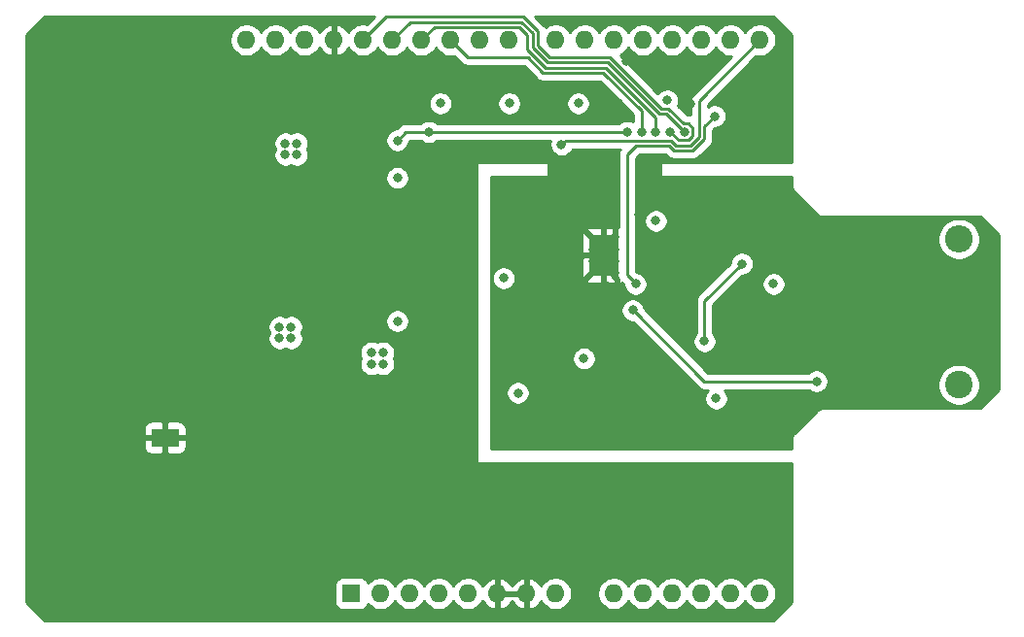
<source format=gbr>
%TF.GenerationSoftware,KiCad,Pcbnew,(5.1.6)-1*%
%TF.CreationDate,2020-06-24T23:25:01+02:00*%
%TF.ProjectId,phtodiode_adc,7068746f-6469-46f6-9465-5f6164632e6b,rev?*%
%TF.SameCoordinates,Original*%
%TF.FileFunction,Copper,L4,Bot*%
%TF.FilePolarity,Positive*%
%FSLAX46Y46*%
G04 Gerber Fmt 4.6, Leading zero omitted, Abs format (unit mm)*
G04 Created by KiCad (PCBNEW (5.1.6)-1) date 2020-06-24 23:25:01*
%MOMM*%
%LPD*%
G01*
G04 APERTURE LIST*
%TA.AperFunction,ComponentPad*%
%ADD10O,2.400000X2.400000*%
%TD*%
%TA.AperFunction,ComponentPad*%
%ADD11C,2.400000*%
%TD*%
%TA.AperFunction,ComponentPad*%
%ADD12O,1.600000X1.600000*%
%TD*%
%TA.AperFunction,ComponentPad*%
%ADD13R,1.600000X1.600000*%
%TD*%
%TA.AperFunction,ViaPad*%
%ADD14C,0.600000*%
%TD*%
%TA.AperFunction,Conductor*%
%ADD15R,2.400000X1.650000*%
%TD*%
%TA.AperFunction,ViaPad*%
%ADD16C,0.500000*%
%TD*%
%TA.AperFunction,Conductor*%
%ADD17R,2.650000X3.650000*%
%TD*%
%TA.AperFunction,ViaPad*%
%ADD18C,0.800000*%
%TD*%
%TA.AperFunction,Conductor*%
%ADD19C,0.250000*%
%TD*%
%TA.AperFunction,Conductor*%
%ADD20C,0.500000*%
%TD*%
%TA.AperFunction,Conductor*%
%ADD21C,0.254000*%
%TD*%
G04 APERTURE END LIST*
D10*
%TO.P,D2,2*%
%TO.N,Net-(D2-Pad2)*%
X193900000Y-90600000D03*
D11*
%TO.P,D2,1*%
%TO.N,Net-(C20-Pad2)*%
X193900000Y-103300000D03*
%TD*%
D12*
%TO.P,A1,32*%
%TO.N,/SCL*%
X131860000Y-73240000D03*
%TO.P,A1,31*%
%TO.N,/SDA*%
X134400000Y-73240000D03*
D13*
%TO.P,A1,1*%
%TO.N,Net-(A1-Pad1)*%
X141000000Y-121500000D03*
D12*
%TO.P,A1,17*%
%TO.N,/0_MCU*%
X171480000Y-73240000D03*
%TO.P,A1,2*%
%TO.N,Net-(A1-Pad2)*%
X143540000Y-121500000D03*
%TO.P,A1,18*%
%TO.N,/1_MCU*%
X168940000Y-73240000D03*
%TO.P,A1,3*%
%TO.N,Net-(A1-Pad3)*%
X146080000Y-121500000D03*
%TO.P,A1,19*%
%TO.N,/2_MCU*%
X166400000Y-73240000D03*
%TO.P,A1,4*%
%TO.N,+3V3*%
X148620000Y-121500000D03*
%TO.P,A1,20*%
%TO.N,/3_MCU*%
X163860000Y-73240000D03*
%TO.P,A1,5*%
%TO.N,+5V*%
X151160000Y-121500000D03*
%TO.P,A1,21*%
%TO.N,Net-(A1-Pad21)*%
X161320000Y-73240000D03*
%TO.P,A1,6*%
%TO.N,GNDA*%
X153700000Y-121500000D03*
%TO.P,A1,22*%
%TO.N,Net-(A1-Pad22)*%
X158780000Y-73240000D03*
%TO.P,A1,7*%
%TO.N,GNDA*%
X156240000Y-121500000D03*
%TO.P,A1,23*%
%TO.N,Net-(A1-Pad23)*%
X154720000Y-73240000D03*
%TO.P,A1,8*%
%TO.N,Net-(A1-Pad8)*%
X158780000Y-121500000D03*
%TO.P,A1,24*%
%TO.N,Net-(A1-Pad24)*%
X152180000Y-73240000D03*
%TO.P,A1,9*%
%TO.N,Net-(A1-Pad9)*%
X163860000Y-121500000D03*
%TO.P,A1,25*%
%TO.N,/~CS~*%
X149640000Y-73240000D03*
%TO.P,A1,10*%
%TO.N,Net-(A1-Pad10)*%
X166400000Y-121500000D03*
%TO.P,A1,26*%
%TO.N,/MOSI*%
X147100000Y-73240000D03*
%TO.P,A1,11*%
%TO.N,Net-(A1-Pad11)*%
X168940000Y-121500000D03*
%TO.P,A1,27*%
%TO.N,/MISO*%
X144560000Y-73240000D03*
%TO.P,A1,12*%
%TO.N,Net-(A1-Pad12)*%
X171480000Y-121500000D03*
%TO.P,A1,28*%
%TO.N,/SCK*%
X142020000Y-73240000D03*
%TO.P,A1,13*%
%TO.N,Net-(A1-Pad13)*%
X174020000Y-121500000D03*
%TO.P,A1,29*%
%TO.N,GNDA*%
X139480000Y-73240000D03*
%TO.P,A1,14*%
%TO.N,Net-(A1-Pad14)*%
X176560000Y-121500000D03*
%TO.P,A1,30*%
%TO.N,Net-(A1-Pad30)*%
X136940000Y-73240000D03*
%TO.P,A1,15*%
%TO.N,/~DRDY~*%
X176560000Y-73240000D03*
%TO.P,A1,16*%
%TO.N,/RST_MCU*%
X174020000Y-73240000D03*
%TD*%
D14*
%TO.N,GNDA*%
%TO.C,U1*%
X123930000Y-108390000D03*
X125650000Y-108390000D03*
X123930000Y-107430000D03*
X125650000Y-107430000D03*
X124790000Y-107910000D03*
D15*
X124790000Y-107910000D03*
%TD*%
D16*
%TO.N,GNDA*%
%TO.C,U3*%
X164075000Y-93575000D03*
X163000000Y-93575000D03*
X161925000Y-93575000D03*
X164075000Y-92525000D03*
X163000000Y-92525000D03*
X161925000Y-92525000D03*
X164075000Y-91475000D03*
X163000000Y-91475000D03*
X161925000Y-91475000D03*
X164075000Y-90425000D03*
X163000000Y-90425000D03*
X161925000Y-90425000D03*
D17*
X163000000Y-92000000D03*
%TD*%
D18*
%TO.N,+3V3*%
X168500000Y-78500000D03*
X160750000Y-78750000D03*
X154750000Y-78750000D03*
X148750000Y-78750000D03*
X145000000Y-85250000D03*
X145000000Y-97750000D03*
X167500000Y-89000000D03*
X142750000Y-100500000D03*
X143750000Y-100500000D03*
X143750000Y-101500000D03*
X142750000Y-101500000D03*
%TO.N,/~CS~*%
X166250000Y-81250000D03*
%TO.N,/MOSI*%
X167500000Y-81250000D03*
%TO.N,/MISO*%
X170000000Y-81250000D03*
%TO.N,/SCK*%
X168750000Y-81250000D03*
%TO.N,/~DRDY~*%
X159300000Y-82350000D03*
%TO.N,+5VA*%
X135750000Y-99250000D03*
X135750000Y-98250000D03*
X134750000Y-98250000D03*
X134750000Y-99250000D03*
X155500000Y-104000000D03*
X161250000Y-101000000D03*
X154250000Y-94000000D03*
X175000000Y-92750000D03*
X171750000Y-99500000D03*
X172750000Y-104500000D03*
%TO.N,-5VA*%
X136250000Y-83250000D03*
X136250000Y-82250000D03*
X135250000Y-82250000D03*
X135250000Y-83250000D03*
X177750000Y-94500000D03*
%TO.N,/RST_ADC*%
X165750000Y-94500000D03*
X172625000Y-79875000D03*
%TO.N,Net-(C20-Pad1)*%
X165500000Y-96800000D03*
X181500000Y-103000000D03*
%TO.N,GNDA*%
X170500000Y-78800000D03*
X146250000Y-78750000D03*
X152250000Y-78750000D03*
X158250000Y-78750000D03*
X164250000Y-78750000D03*
X140250000Y-76250000D03*
X136000000Y-79000000D03*
X127750000Y-76250000D03*
X120250000Y-73000000D03*
X116500000Y-76250000D03*
X119250000Y-79750000D03*
X149500000Y-84000000D03*
X155750000Y-82500000D03*
X157000000Y-86250000D03*
X150500000Y-88000000D03*
X142500000Y-82250000D03*
X138500000Y-85250000D03*
X132000000Y-80500000D03*
X124750000Y-78750000D03*
X113000000Y-85750000D03*
X114000000Y-93750000D03*
X137750000Y-89750000D03*
X125750000Y-91500000D03*
X130500000Y-92000000D03*
X137250000Y-93750000D03*
X139000000Y-97000000D03*
X131750000Y-96750000D03*
X131250000Y-103250000D03*
X132000000Y-107250000D03*
X131750000Y-112250000D03*
X130500000Y-116500000D03*
X125250000Y-119500000D03*
X138500000Y-123000000D03*
X132250000Y-122000000D03*
X122750000Y-121750000D03*
X117000000Y-120500000D03*
X116750000Y-114750000D03*
X122250000Y-116500000D03*
X114250000Y-108500000D03*
X117750000Y-105750000D03*
X115500000Y-102000000D03*
X118750000Y-97750000D03*
X137250000Y-116500000D03*
X114500000Y-122500000D03*
X142000000Y-118250000D03*
X145750000Y-114500000D03*
X153250000Y-117250000D03*
X159750000Y-119250000D03*
X161000000Y-122750000D03*
X153250000Y-123250000D03*
X169750000Y-123500000D03*
X178500000Y-122000000D03*
X178500000Y-117250000D03*
X173000000Y-119250000D03*
X167750000Y-118250000D03*
X174250000Y-113750000D03*
X166000000Y-115750000D03*
X177250000Y-112000000D03*
X168500000Y-112500000D03*
X159750000Y-113250000D03*
X153000000Y-111750000D03*
X146750000Y-108500000D03*
X148250000Y-103750000D03*
X145500000Y-102500000D03*
X149750000Y-98500000D03*
X150250000Y-94000000D03*
X178250000Y-75250000D03*
X178000000Y-80250000D03*
X171600000Y-83600000D03*
X167500000Y-85500000D03*
X166000000Y-88500000D03*
X171250000Y-86250000D03*
X172250000Y-89500000D03*
X175000000Y-87500000D03*
X178000000Y-86000000D03*
X178000000Y-88750000D03*
X177000000Y-90250000D03*
X180000000Y-90250000D03*
X181250000Y-89250000D03*
X183500000Y-90000000D03*
X185500000Y-93750000D03*
X186250000Y-95000000D03*
X188500000Y-94500000D03*
X191500000Y-93250000D03*
X189500000Y-91250000D03*
X187250000Y-91250000D03*
X191000000Y-89500000D03*
X190500000Y-94500000D03*
X196250000Y-92250000D03*
X195250000Y-94500000D03*
X196250000Y-96500000D03*
X193750000Y-97000000D03*
X196750000Y-98750000D03*
X195500000Y-100500000D03*
X196500000Y-103000000D03*
X191000000Y-104250000D03*
X191500000Y-101500000D03*
X191500000Y-100000000D03*
X188500000Y-99250000D03*
X188000000Y-101000000D03*
X187500000Y-103750000D03*
X185250000Y-103750000D03*
X185500000Y-100250000D03*
X183000000Y-104250000D03*
X180500000Y-105500000D03*
X178000000Y-107750000D03*
X175750000Y-105500000D03*
X174000000Y-107500000D03*
X170750000Y-108000000D03*
X176750000Y-97000000D03*
X176250000Y-100500000D03*
X180500000Y-96000000D03*
X180250000Y-93000000D03*
X166800000Y-99800000D03*
X163400000Y-96500000D03*
X166750000Y-95750000D03*
X165000000Y-101750000D03*
X163250000Y-105000000D03*
X163500000Y-108250000D03*
X158500000Y-108500000D03*
X153750000Y-108500000D03*
X154000000Y-101250000D03*
X157000000Y-98250000D03*
X153750000Y-96500000D03*
X154000000Y-90000000D03*
X153750000Y-86250000D03*
X128500000Y-72000000D03*
X172600000Y-75200000D03*
X169800000Y-75300000D03*
X167600000Y-75000000D03*
X164900000Y-75100000D03*
%TO.N,/MCLK*%
X165000000Y-81250000D03*
X145000000Y-82000000D03*
X147750000Y-81250000D03*
%TD*%
D19*
%TO.N,/~CS~*%
X151150000Y-74750000D02*
X149640000Y-73240000D01*
X156340770Y-74750000D02*
X152250000Y-74750000D01*
X166250000Y-79409230D02*
X162940800Y-76100030D01*
X157690797Y-76100027D02*
X156340770Y-74750000D01*
X166250000Y-81250000D02*
X166250000Y-79409230D01*
X162940800Y-76100030D02*
X159750000Y-76100030D01*
X159750000Y-76100030D02*
X157690797Y-76100027D01*
X152250000Y-74750000D02*
X151150000Y-74750000D01*
%TO.N,/MOSI*%
X167500000Y-81250000D02*
X167500000Y-80022820D01*
X167500000Y-80022820D02*
X163127200Y-75650020D01*
X163127200Y-75650020D02*
X159599980Y-75650020D01*
X159599980Y-75650020D02*
X157877198Y-75650018D01*
X156336372Y-74109192D02*
X156336372Y-72836372D01*
X156738590Y-74511410D02*
X156599980Y-74372800D01*
X156738590Y-74511410D02*
X156336372Y-74109192D01*
X157877198Y-75650018D02*
X156738590Y-74511410D01*
X148225001Y-72114999D02*
X147100000Y-73240000D01*
X155614999Y-72114999D02*
X148225001Y-72114999D01*
X156336372Y-72836372D02*
X155614999Y-72114999D01*
%TO.N,/MISO*%
X168425011Y-79675011D02*
X167788600Y-79675010D01*
X170000000Y-81250000D02*
X168425011Y-79675011D01*
X167788600Y-79675010D02*
X163313600Y-75200010D01*
X159200010Y-75200010D02*
X158063599Y-75200009D01*
X159200010Y-75200010D02*
X159049990Y-75200010D01*
X158063599Y-75200009D02*
X157049990Y-74186400D01*
X163313600Y-75200010D02*
X159200010Y-75200010D01*
X157049990Y-74186400D02*
X156786381Y-73922791D01*
X155801399Y-71664989D02*
X146135011Y-71664989D01*
X156786382Y-72649972D02*
X155801399Y-71664989D01*
X156786381Y-73922791D02*
X156786381Y-73036381D01*
X146135011Y-71664989D02*
X144560000Y-73240000D01*
X156786381Y-73036381D02*
X156786382Y-72649972D01*
%TO.N,/SCK*%
X169475001Y-81975001D02*
X168750000Y-81250000D01*
X170348001Y-81975001D02*
X169475001Y-81975001D01*
X170348001Y-80524999D02*
X170725001Y-80901999D01*
X158750000Y-74750000D02*
X163500000Y-74750000D01*
X163500000Y-74750000D02*
X167975001Y-79225001D01*
X167975001Y-79225001D02*
X168611412Y-79225002D01*
X170725001Y-80901999D02*
X170725001Y-81598001D01*
X168611412Y-79225002D02*
X169911409Y-80524999D01*
X170725001Y-81598001D02*
X170348001Y-81975001D01*
X169911409Y-80524999D02*
X170348001Y-80524999D01*
X158750000Y-74750000D02*
X158624998Y-74750000D01*
X158624998Y-74750000D02*
X158250000Y-74750000D01*
X158250000Y-74750000D02*
X157500000Y-74000000D01*
X157500000Y-74000000D02*
X157250000Y-73750000D01*
X155987799Y-71214979D02*
X144045021Y-71214979D01*
X157250000Y-72477180D02*
X155987799Y-71214979D01*
X157250000Y-72750000D02*
X157250000Y-72477180D01*
X157250000Y-73750000D02*
X157250000Y-72750000D01*
X144045021Y-71214979D02*
X142020000Y-73240000D01*
X157250000Y-72750000D02*
X157250000Y-72500000D01*
%TO.N,/~DRDY~*%
X159550000Y-82100000D02*
X159300000Y-82350000D01*
X168863590Y-82000000D02*
X159650000Y-82000000D01*
X171250000Y-78550000D02*
X171250000Y-81709412D01*
X159650000Y-82000000D02*
X159300000Y-82350000D01*
X171250000Y-81709412D02*
X170534402Y-82425010D01*
X176560000Y-73240000D02*
X171250000Y-78550000D01*
X170534402Y-82425010D02*
X169288601Y-82425011D01*
X169288601Y-82425011D02*
X168863590Y-82000000D01*
%TO.N,+5VA*%
X171750000Y-96000000D02*
X171750000Y-99500000D01*
X175000000Y-92750000D02*
X171750000Y-96000000D01*
%TO.N,/RST_ADC*%
X165750000Y-94500000D02*
X165000000Y-93750000D01*
X165000000Y-93750000D02*
X165000000Y-83250000D01*
X165000000Y-83250000D02*
X165799990Y-82450010D01*
X170720803Y-82875019D02*
X171750000Y-81845822D01*
X169102202Y-82875020D02*
X170720803Y-82875019D01*
X165799990Y-82450010D02*
X168677190Y-82450010D01*
X168677190Y-82450010D02*
X169102202Y-82875020D01*
X171750000Y-80750000D02*
X172625000Y-79875000D01*
X171750000Y-81845822D02*
X171750000Y-80750000D01*
%TO.N,Net-(C20-Pad1)*%
X165500000Y-96750000D02*
X171750000Y-103000000D01*
X171750000Y-103000000D02*
X181500000Y-103000000D01*
D20*
%TO.N,GNDA*%
X163000000Y-92000000D02*
X160100000Y-92000000D01*
X163000000Y-92000000D02*
X163000000Y-88700000D01*
X163000000Y-92000000D02*
X163000000Y-94800000D01*
X163000000Y-92000000D02*
X163000000Y-91400000D01*
X163000000Y-91475000D02*
X160725000Y-89200000D01*
X163000000Y-92525000D02*
X160425000Y-95100000D01*
X163000000Y-91500000D02*
X164075000Y-90425000D01*
X163000000Y-92000000D02*
X163000000Y-91500000D01*
X163000000Y-91200000D02*
X164000000Y-90200000D01*
X163000000Y-92000000D02*
X163000000Y-91200000D01*
X164000000Y-90200000D02*
X164000000Y-88400000D01*
X163000000Y-92500000D02*
X164075000Y-93575000D01*
X163000000Y-92000000D02*
X163000000Y-92500000D01*
X163000000Y-92000000D02*
X163000000Y-92900000D01*
X163000000Y-92900000D02*
X164200000Y-94100000D01*
X164200000Y-94100000D02*
X164200000Y-95200000D01*
X124790000Y-107910000D02*
X124790000Y-106310000D01*
X124790000Y-106310000D02*
X124800000Y-106320000D01*
X124800000Y-106320000D02*
X124800000Y-109900000D01*
X124790000Y-107910000D02*
X122210000Y-107910000D01*
X124790000Y-107910000D02*
X127190000Y-107910000D01*
D19*
%TO.N,/MCLK*%
X165000000Y-81250000D02*
X147750000Y-81250000D01*
X145750000Y-81250000D02*
X145000000Y-82000000D01*
X147750000Y-81250000D02*
X145750000Y-81250000D01*
%TD*%
D21*
%TO.N,GNDA*%
G36*
X142343886Y-71841312D02*
G01*
X142161335Y-71805000D01*
X141878665Y-71805000D01*
X141601426Y-71860147D01*
X141340273Y-71968320D01*
X141105241Y-72125363D01*
X140905363Y-72325241D01*
X140748320Y-72560273D01*
X140743933Y-72570865D01*
X140632385Y-72384869D01*
X140443414Y-72176481D01*
X140217420Y-72008963D01*
X139963087Y-71888754D01*
X139829039Y-71848096D01*
X139607000Y-71970085D01*
X139607000Y-73113000D01*
X139627000Y-73113000D01*
X139627000Y-73367000D01*
X139607000Y-73367000D01*
X139607000Y-74509915D01*
X139829039Y-74631904D01*
X139963087Y-74591246D01*
X140217420Y-74471037D01*
X140443414Y-74303519D01*
X140632385Y-74095131D01*
X140743933Y-73909135D01*
X140748320Y-73919727D01*
X140905363Y-74154759D01*
X141105241Y-74354637D01*
X141340273Y-74511680D01*
X141601426Y-74619853D01*
X141878665Y-74675000D01*
X142161335Y-74675000D01*
X142438574Y-74619853D01*
X142699727Y-74511680D01*
X142934759Y-74354637D01*
X143134637Y-74154759D01*
X143290000Y-73922241D01*
X143445363Y-74154759D01*
X143645241Y-74354637D01*
X143880273Y-74511680D01*
X144141426Y-74619853D01*
X144418665Y-74675000D01*
X144701335Y-74675000D01*
X144978574Y-74619853D01*
X145239727Y-74511680D01*
X145474759Y-74354637D01*
X145674637Y-74154759D01*
X145830000Y-73922241D01*
X145985363Y-74154759D01*
X146185241Y-74354637D01*
X146420273Y-74511680D01*
X146681426Y-74619853D01*
X146958665Y-74675000D01*
X147241335Y-74675000D01*
X147518574Y-74619853D01*
X147779727Y-74511680D01*
X148014759Y-74354637D01*
X148214637Y-74154759D01*
X148370000Y-73922241D01*
X148525363Y-74154759D01*
X148725241Y-74354637D01*
X148960273Y-74511680D01*
X149221426Y-74619853D01*
X149498665Y-74675000D01*
X149781335Y-74675000D01*
X149963886Y-74638688D01*
X150586205Y-75261008D01*
X150609999Y-75290001D01*
X150638992Y-75313795D01*
X150638996Y-75313799D01*
X150709685Y-75371811D01*
X150725724Y-75384974D01*
X150857753Y-75455546D01*
X151001014Y-75499003D01*
X151112667Y-75510000D01*
X151112676Y-75510000D01*
X151149999Y-75513676D01*
X151187322Y-75510000D01*
X156025969Y-75510000D01*
X157127007Y-76611040D01*
X157150796Y-76640027D01*
X157179783Y-76663816D01*
X157179793Y-76663826D01*
X157266520Y-76735000D01*
X157332535Y-76770286D01*
X157398549Y-76805572D01*
X157541810Y-76849029D01*
X157690796Y-76863703D01*
X157728127Y-76860026D01*
X159712666Y-76860030D01*
X162625999Y-76860030D01*
X165490001Y-79724033D01*
X165490000Y-80332689D01*
X165301898Y-80254774D01*
X165101939Y-80215000D01*
X164898061Y-80215000D01*
X164698102Y-80254774D01*
X164509744Y-80332795D01*
X164340226Y-80446063D01*
X164296289Y-80490000D01*
X148453711Y-80490000D01*
X148409774Y-80446063D01*
X148240256Y-80332795D01*
X148051898Y-80254774D01*
X147851939Y-80215000D01*
X147648061Y-80215000D01*
X147448102Y-80254774D01*
X147259744Y-80332795D01*
X147090226Y-80446063D01*
X147046289Y-80490000D01*
X145787322Y-80490000D01*
X145749999Y-80486324D01*
X145712676Y-80490000D01*
X145712667Y-80490000D01*
X145601014Y-80500997D01*
X145457753Y-80544454D01*
X145325724Y-80615026D01*
X145209999Y-80709999D01*
X145186201Y-80738997D01*
X144960198Y-80965000D01*
X144898061Y-80965000D01*
X144698102Y-81004774D01*
X144509744Y-81082795D01*
X144340226Y-81196063D01*
X144196063Y-81340226D01*
X144082795Y-81509744D01*
X144004774Y-81698102D01*
X143965000Y-81898061D01*
X143965000Y-82101939D01*
X144004774Y-82301898D01*
X144082795Y-82490256D01*
X144196063Y-82659774D01*
X144340226Y-82803937D01*
X144509744Y-82917205D01*
X144698102Y-82995226D01*
X144898061Y-83035000D01*
X145101939Y-83035000D01*
X145301898Y-82995226D01*
X145490256Y-82917205D01*
X145659774Y-82803937D01*
X145803937Y-82659774D01*
X145917205Y-82490256D01*
X145995226Y-82301898D01*
X146035000Y-82101939D01*
X146035000Y-82039802D01*
X146064802Y-82010000D01*
X147046289Y-82010000D01*
X147090226Y-82053937D01*
X147259744Y-82167205D01*
X147448102Y-82245226D01*
X147648061Y-82285000D01*
X147851939Y-82285000D01*
X148051898Y-82245226D01*
X148240256Y-82167205D01*
X148409774Y-82053937D01*
X148453711Y-82010000D01*
X158320556Y-82010000D01*
X158304774Y-82048102D01*
X158265000Y-82248061D01*
X158265000Y-82451939D01*
X158304774Y-82651898D01*
X158382795Y-82840256D01*
X158496063Y-83009774D01*
X158640226Y-83153937D01*
X158809744Y-83267205D01*
X158998102Y-83345226D01*
X159198061Y-83385000D01*
X159401939Y-83385000D01*
X159601898Y-83345226D01*
X159790256Y-83267205D01*
X159959774Y-83153937D01*
X160103937Y-83009774D01*
X160217205Y-82840256D01*
X160250448Y-82760000D01*
X164418965Y-82760000D01*
X164365026Y-82825724D01*
X164294454Y-82957754D01*
X164271023Y-83035000D01*
X164250998Y-83101014D01*
X164245626Y-83155556D01*
X164236324Y-83250000D01*
X164240001Y-83287332D01*
X164240000Y-89537179D01*
X163285750Y-89540000D01*
X163252894Y-89572856D01*
X163127002Y-89547986D01*
X163127002Y-89540000D01*
X163086574Y-89540000D01*
X163086002Y-89539887D01*
X162999979Y-89540000D01*
X162872998Y-89540000D01*
X162872998Y-89547862D01*
X162747289Y-89573039D01*
X162714250Y-89540000D01*
X161675000Y-89536928D01*
X161550518Y-89549188D01*
X161430820Y-89585498D01*
X161320506Y-89644463D01*
X161223815Y-89723815D01*
X161144463Y-89820506D01*
X161085498Y-89930820D01*
X161049188Y-90050518D01*
X161036928Y-90175000D01*
X161040000Y-91714250D01*
X161084489Y-91758739D01*
X161140173Y-91893174D01*
X161328836Y-91897216D01*
X161353052Y-91873000D01*
X161503980Y-91873000D01*
X161502784Y-91928836D01*
X161573948Y-92000000D01*
X161502784Y-92071164D01*
X161503980Y-92127000D01*
X161353052Y-92127000D01*
X161328836Y-92102784D01*
X161140173Y-92106826D01*
X161084841Y-92240909D01*
X161040000Y-92285750D01*
X161036928Y-93825000D01*
X161049188Y-93949482D01*
X161085498Y-94069180D01*
X161144463Y-94179494D01*
X161223815Y-94276185D01*
X161320506Y-94355537D01*
X161430820Y-94414502D01*
X161550518Y-94450812D01*
X161675000Y-94463072D01*
X162714250Y-94460000D01*
X162747106Y-94427144D01*
X162872998Y-94452014D01*
X162872998Y-94460000D01*
X162913426Y-94460000D01*
X162913998Y-94460113D01*
X163000021Y-94460000D01*
X163127002Y-94460000D01*
X163127002Y-94452138D01*
X163252711Y-94426961D01*
X163285750Y-94460000D01*
X164325000Y-94463072D01*
X164449482Y-94450812D01*
X164569180Y-94414502D01*
X164582553Y-94407354D01*
X164715000Y-94539801D01*
X164715000Y-94601939D01*
X164754774Y-94801898D01*
X164832795Y-94990256D01*
X164946063Y-95159774D01*
X165090226Y-95303937D01*
X165259744Y-95417205D01*
X165448102Y-95495226D01*
X165648061Y-95535000D01*
X165851939Y-95535000D01*
X166051898Y-95495226D01*
X166240256Y-95417205D01*
X166409774Y-95303937D01*
X166553937Y-95159774D01*
X166667205Y-94990256D01*
X166745226Y-94801898D01*
X166785000Y-94601939D01*
X166785000Y-94398061D01*
X166745226Y-94198102D01*
X166667205Y-94009744D01*
X166553937Y-93840226D01*
X166409774Y-93696063D01*
X166240256Y-93582795D01*
X166051898Y-93504774D01*
X165851939Y-93465000D01*
X165789801Y-93465000D01*
X165760000Y-93435199D01*
X165760000Y-90419268D01*
X192065000Y-90419268D01*
X192065000Y-90780732D01*
X192135518Y-91135250D01*
X192273844Y-91469199D01*
X192474662Y-91769744D01*
X192730256Y-92025338D01*
X193030801Y-92226156D01*
X193364750Y-92364482D01*
X193719268Y-92435000D01*
X194080732Y-92435000D01*
X194435250Y-92364482D01*
X194769199Y-92226156D01*
X195069744Y-92025338D01*
X195325338Y-91769744D01*
X195526156Y-91469199D01*
X195664482Y-91135250D01*
X195735000Y-90780732D01*
X195735000Y-90419268D01*
X195664482Y-90064750D01*
X195526156Y-89730801D01*
X195325338Y-89430256D01*
X195069744Y-89174662D01*
X194769199Y-88973844D01*
X194435250Y-88835518D01*
X194080732Y-88765000D01*
X193719268Y-88765000D01*
X193364750Y-88835518D01*
X193030801Y-88973844D01*
X192730256Y-89174662D01*
X192474662Y-89430256D01*
X192273844Y-89730801D01*
X192135518Y-90064750D01*
X192065000Y-90419268D01*
X165760000Y-90419268D01*
X165760000Y-88898061D01*
X166465000Y-88898061D01*
X166465000Y-89101939D01*
X166504774Y-89301898D01*
X166582795Y-89490256D01*
X166696063Y-89659774D01*
X166840226Y-89803937D01*
X167009744Y-89917205D01*
X167198102Y-89995226D01*
X167398061Y-90035000D01*
X167601939Y-90035000D01*
X167801898Y-89995226D01*
X167990256Y-89917205D01*
X168159774Y-89803937D01*
X168303937Y-89659774D01*
X168417205Y-89490256D01*
X168495226Y-89301898D01*
X168535000Y-89101939D01*
X168535000Y-88898061D01*
X168495226Y-88698102D01*
X168417205Y-88509744D01*
X168303937Y-88340226D01*
X168159774Y-88196063D01*
X167990256Y-88082795D01*
X167801898Y-88004774D01*
X167601939Y-87965000D01*
X167398061Y-87965000D01*
X167198102Y-88004774D01*
X167009744Y-88082795D01*
X166840226Y-88196063D01*
X166696063Y-88340226D01*
X166582795Y-88509744D01*
X166504774Y-88698102D01*
X166465000Y-88898061D01*
X165760000Y-88898061D01*
X165760000Y-83564801D01*
X166114792Y-83210010D01*
X168362390Y-83210010D01*
X168538405Y-83386025D01*
X168562202Y-83415021D01*
X168677927Y-83509994D01*
X168809956Y-83580566D01*
X168953217Y-83624023D01*
X169064870Y-83635020D01*
X169064880Y-83635020D01*
X169102203Y-83638696D01*
X169139527Y-83635020D01*
X170683471Y-83635018D01*
X170720803Y-83638695D01*
X170758136Y-83635018D01*
X170869789Y-83624021D01*
X170913245Y-83610839D01*
X171013049Y-83580565D01*
X171145079Y-83509993D01*
X171231805Y-83438818D01*
X171231806Y-83438817D01*
X171260804Y-83415019D01*
X171284602Y-83386021D01*
X172261004Y-82409620D01*
X172290001Y-82385823D01*
X172384974Y-82270098D01*
X172455546Y-82138069D01*
X172499003Y-81994808D01*
X172510000Y-81883155D01*
X172510000Y-81883146D01*
X172513676Y-81845823D01*
X172510000Y-81808500D01*
X172510000Y-81064801D01*
X172664801Y-80910000D01*
X172726939Y-80910000D01*
X172926898Y-80870226D01*
X173115256Y-80792205D01*
X173284774Y-80678937D01*
X173428937Y-80534774D01*
X173542205Y-80365256D01*
X173620226Y-80176898D01*
X173660000Y-79976939D01*
X173660000Y-79773061D01*
X173620226Y-79573102D01*
X173542205Y-79384744D01*
X173428937Y-79215226D01*
X173284774Y-79071063D01*
X173115256Y-78957795D01*
X172926898Y-78879774D01*
X172726939Y-78840000D01*
X172523061Y-78840000D01*
X172323102Y-78879774D01*
X172134744Y-78957795D01*
X172010000Y-79041146D01*
X172010000Y-78864801D01*
X176236114Y-74638688D01*
X176418665Y-74675000D01*
X176701335Y-74675000D01*
X176978574Y-74619853D01*
X177239727Y-74511680D01*
X177474759Y-74354637D01*
X177674637Y-74154759D01*
X177831680Y-73919727D01*
X177939853Y-73658574D01*
X177995000Y-73381335D01*
X177995000Y-73098665D01*
X177939853Y-72821426D01*
X177831680Y-72560273D01*
X177674637Y-72325241D01*
X177474759Y-72125363D01*
X177239727Y-71968320D01*
X176978574Y-71860147D01*
X176701335Y-71805000D01*
X176418665Y-71805000D01*
X176141426Y-71860147D01*
X175880273Y-71968320D01*
X175645241Y-72125363D01*
X175445363Y-72325241D01*
X175290000Y-72557759D01*
X175134637Y-72325241D01*
X174934759Y-72125363D01*
X174699727Y-71968320D01*
X174438574Y-71860147D01*
X174161335Y-71805000D01*
X173878665Y-71805000D01*
X173601426Y-71860147D01*
X173340273Y-71968320D01*
X173105241Y-72125363D01*
X172905363Y-72325241D01*
X172750000Y-72557759D01*
X172594637Y-72325241D01*
X172394759Y-72125363D01*
X172159727Y-71968320D01*
X171898574Y-71860147D01*
X171621335Y-71805000D01*
X171338665Y-71805000D01*
X171061426Y-71860147D01*
X170800273Y-71968320D01*
X170565241Y-72125363D01*
X170365363Y-72325241D01*
X170210000Y-72557759D01*
X170054637Y-72325241D01*
X169854759Y-72125363D01*
X169619727Y-71968320D01*
X169358574Y-71860147D01*
X169081335Y-71805000D01*
X168798665Y-71805000D01*
X168521426Y-71860147D01*
X168260273Y-71968320D01*
X168025241Y-72125363D01*
X167825363Y-72325241D01*
X167670000Y-72557759D01*
X167514637Y-72325241D01*
X167314759Y-72125363D01*
X167079727Y-71968320D01*
X166818574Y-71860147D01*
X166541335Y-71805000D01*
X166258665Y-71805000D01*
X165981426Y-71860147D01*
X165720273Y-71968320D01*
X165485241Y-72125363D01*
X165285363Y-72325241D01*
X165130000Y-72557759D01*
X164974637Y-72325241D01*
X164774759Y-72125363D01*
X164539727Y-71968320D01*
X164278574Y-71860147D01*
X164001335Y-71805000D01*
X163718665Y-71805000D01*
X163441426Y-71860147D01*
X163180273Y-71968320D01*
X162945241Y-72125363D01*
X162745363Y-72325241D01*
X162590000Y-72557759D01*
X162434637Y-72325241D01*
X162234759Y-72125363D01*
X161999727Y-71968320D01*
X161738574Y-71860147D01*
X161461335Y-71805000D01*
X161178665Y-71805000D01*
X160901426Y-71860147D01*
X160640273Y-71968320D01*
X160405241Y-72125363D01*
X160205363Y-72325241D01*
X160050000Y-72557759D01*
X159894637Y-72325241D01*
X159694759Y-72125363D01*
X159459727Y-71968320D01*
X159198574Y-71860147D01*
X158921335Y-71805000D01*
X158638665Y-71805000D01*
X158361426Y-71860147D01*
X158100273Y-71968320D01*
X157908319Y-72096579D01*
X157884974Y-72052904D01*
X157813799Y-71966177D01*
X157790001Y-71937179D01*
X157761003Y-71913381D01*
X157007621Y-71160000D01*
X177726620Y-71160000D01*
X179340001Y-72773382D01*
X179340000Y-83873000D01*
X168000000Y-83873000D01*
X167975224Y-83875440D01*
X167951399Y-83882667D01*
X167929443Y-83894403D01*
X167910197Y-83910197D01*
X167894403Y-83929443D01*
X167882667Y-83951399D01*
X167875440Y-83975224D01*
X167873000Y-84000000D01*
X167873000Y-85000000D01*
X167875440Y-85024776D01*
X167882667Y-85048601D01*
X167894403Y-85070557D01*
X167910197Y-85089803D01*
X167929443Y-85105597D01*
X167951399Y-85117333D01*
X167975224Y-85124560D01*
X168000000Y-85127000D01*
X179340000Y-85127000D01*
X179340000Y-85967591D01*
X179336808Y-86000000D01*
X179340000Y-86032409D01*
X179340000Y-86032418D01*
X179349550Y-86129382D01*
X179387290Y-86253792D01*
X179448575Y-86368450D01*
X179496689Y-86427076D01*
X179531052Y-86468948D01*
X179556236Y-86489616D01*
X181510388Y-88443769D01*
X181531052Y-88468948D01*
X181556231Y-88489612D01*
X181556233Y-88489614D01*
X181631549Y-88551425D01*
X181746207Y-88612710D01*
X181870617Y-88650450D01*
X181967581Y-88660000D01*
X181967590Y-88660000D01*
X181999999Y-88663192D01*
X182032408Y-88660000D01*
X195726620Y-88660000D01*
X197340001Y-90273382D01*
X197340000Y-103726619D01*
X195726620Y-105340000D01*
X182032408Y-105340000D01*
X181999999Y-105336808D01*
X181967590Y-105340000D01*
X181967581Y-105340000D01*
X181870617Y-105349550D01*
X181746207Y-105387290D01*
X181631549Y-105448575D01*
X181556233Y-105510386D01*
X181531052Y-105531052D01*
X181510388Y-105556231D01*
X179556232Y-107510388D01*
X179531053Y-107531052D01*
X179510389Y-107556231D01*
X179510386Y-107556234D01*
X179448575Y-107631550D01*
X179387290Y-107746208D01*
X179349551Y-107870618D01*
X179336808Y-108000000D01*
X179340001Y-108032419D01*
X179340001Y-108873000D01*
X153127000Y-108873000D01*
X153127000Y-103898061D01*
X154465000Y-103898061D01*
X154465000Y-104101939D01*
X154504774Y-104301898D01*
X154582795Y-104490256D01*
X154696063Y-104659774D01*
X154840226Y-104803937D01*
X155009744Y-104917205D01*
X155198102Y-104995226D01*
X155398061Y-105035000D01*
X155601939Y-105035000D01*
X155801898Y-104995226D01*
X155990256Y-104917205D01*
X156159774Y-104803937D01*
X156303937Y-104659774D01*
X156417205Y-104490256D01*
X156495226Y-104301898D01*
X156535000Y-104101939D01*
X156535000Y-103898061D01*
X156495226Y-103698102D01*
X156417205Y-103509744D01*
X156303937Y-103340226D01*
X156159774Y-103196063D01*
X155990256Y-103082795D01*
X155801898Y-103004774D01*
X155601939Y-102965000D01*
X155398061Y-102965000D01*
X155198102Y-103004774D01*
X155009744Y-103082795D01*
X154840226Y-103196063D01*
X154696063Y-103340226D01*
X154582795Y-103509744D01*
X154504774Y-103698102D01*
X154465000Y-103898061D01*
X153127000Y-103898061D01*
X153127000Y-100898061D01*
X160215000Y-100898061D01*
X160215000Y-101101939D01*
X160254774Y-101301898D01*
X160332795Y-101490256D01*
X160446063Y-101659774D01*
X160590226Y-101803937D01*
X160759744Y-101917205D01*
X160948102Y-101995226D01*
X161148061Y-102035000D01*
X161351939Y-102035000D01*
X161551898Y-101995226D01*
X161740256Y-101917205D01*
X161909774Y-101803937D01*
X162053937Y-101659774D01*
X162167205Y-101490256D01*
X162245226Y-101301898D01*
X162285000Y-101101939D01*
X162285000Y-100898061D01*
X162245226Y-100698102D01*
X162167205Y-100509744D01*
X162053937Y-100340226D01*
X161909774Y-100196063D01*
X161740256Y-100082795D01*
X161551898Y-100004774D01*
X161351939Y-99965000D01*
X161148061Y-99965000D01*
X160948102Y-100004774D01*
X160759744Y-100082795D01*
X160590226Y-100196063D01*
X160446063Y-100340226D01*
X160332795Y-100509744D01*
X160254774Y-100698102D01*
X160215000Y-100898061D01*
X153127000Y-100898061D01*
X153127000Y-96698061D01*
X164465000Y-96698061D01*
X164465000Y-96901939D01*
X164504774Y-97101898D01*
X164582795Y-97290256D01*
X164696063Y-97459774D01*
X164840226Y-97603937D01*
X165009744Y-97717205D01*
X165198102Y-97795226D01*
X165398061Y-97835000D01*
X165510199Y-97835000D01*
X171186201Y-103511003D01*
X171209999Y-103540001D01*
X171325724Y-103634974D01*
X171457753Y-103705546D01*
X171601014Y-103749003D01*
X171712667Y-103760000D01*
X171712675Y-103760000D01*
X171750000Y-103763676D01*
X171787325Y-103760000D01*
X172026289Y-103760000D01*
X171946063Y-103840226D01*
X171832795Y-104009744D01*
X171754774Y-104198102D01*
X171715000Y-104398061D01*
X171715000Y-104601939D01*
X171754774Y-104801898D01*
X171832795Y-104990256D01*
X171946063Y-105159774D01*
X172090226Y-105303937D01*
X172259744Y-105417205D01*
X172448102Y-105495226D01*
X172648061Y-105535000D01*
X172851939Y-105535000D01*
X173051898Y-105495226D01*
X173240256Y-105417205D01*
X173409774Y-105303937D01*
X173553937Y-105159774D01*
X173667205Y-104990256D01*
X173745226Y-104801898D01*
X173785000Y-104601939D01*
X173785000Y-104398061D01*
X173745226Y-104198102D01*
X173667205Y-104009744D01*
X173553937Y-103840226D01*
X173473711Y-103760000D01*
X180796289Y-103760000D01*
X180840226Y-103803937D01*
X181009744Y-103917205D01*
X181198102Y-103995226D01*
X181398061Y-104035000D01*
X181601939Y-104035000D01*
X181801898Y-103995226D01*
X181990256Y-103917205D01*
X182159774Y-103803937D01*
X182303937Y-103659774D01*
X182417205Y-103490256D01*
X182495226Y-103301898D01*
X182531553Y-103119268D01*
X192065000Y-103119268D01*
X192065000Y-103480732D01*
X192135518Y-103835250D01*
X192273844Y-104169199D01*
X192474662Y-104469744D01*
X192730256Y-104725338D01*
X193030801Y-104926156D01*
X193364750Y-105064482D01*
X193719268Y-105135000D01*
X194080732Y-105135000D01*
X194435250Y-105064482D01*
X194769199Y-104926156D01*
X195069744Y-104725338D01*
X195325338Y-104469744D01*
X195526156Y-104169199D01*
X195664482Y-103835250D01*
X195735000Y-103480732D01*
X195735000Y-103119268D01*
X195664482Y-102764750D01*
X195526156Y-102430801D01*
X195325338Y-102130256D01*
X195069744Y-101874662D01*
X194769199Y-101673844D01*
X194435250Y-101535518D01*
X194080732Y-101465000D01*
X193719268Y-101465000D01*
X193364750Y-101535518D01*
X193030801Y-101673844D01*
X192730256Y-101874662D01*
X192474662Y-102130256D01*
X192273844Y-102430801D01*
X192135518Y-102764750D01*
X192065000Y-103119268D01*
X182531553Y-103119268D01*
X182535000Y-103101939D01*
X182535000Y-102898061D01*
X182495226Y-102698102D01*
X182417205Y-102509744D01*
X182303937Y-102340226D01*
X182159774Y-102196063D01*
X181990256Y-102082795D01*
X181801898Y-102004774D01*
X181601939Y-101965000D01*
X181398061Y-101965000D01*
X181198102Y-102004774D01*
X181009744Y-102082795D01*
X180840226Y-102196063D01*
X180796289Y-102240000D01*
X172064802Y-102240000D01*
X169222863Y-99398061D01*
X170715000Y-99398061D01*
X170715000Y-99601939D01*
X170754774Y-99801898D01*
X170832795Y-99990256D01*
X170946063Y-100159774D01*
X171090226Y-100303937D01*
X171259744Y-100417205D01*
X171448102Y-100495226D01*
X171648061Y-100535000D01*
X171851939Y-100535000D01*
X172051898Y-100495226D01*
X172240256Y-100417205D01*
X172409774Y-100303937D01*
X172553937Y-100159774D01*
X172667205Y-99990256D01*
X172745226Y-99801898D01*
X172785000Y-99601939D01*
X172785000Y-99398061D01*
X172745226Y-99198102D01*
X172667205Y-99009744D01*
X172553937Y-98840226D01*
X172510000Y-98796289D01*
X172510000Y-96314801D01*
X174426740Y-94398061D01*
X176715000Y-94398061D01*
X176715000Y-94601939D01*
X176754774Y-94801898D01*
X176832795Y-94990256D01*
X176946063Y-95159774D01*
X177090226Y-95303937D01*
X177259744Y-95417205D01*
X177448102Y-95495226D01*
X177648061Y-95535000D01*
X177851939Y-95535000D01*
X178051898Y-95495226D01*
X178240256Y-95417205D01*
X178409774Y-95303937D01*
X178553937Y-95159774D01*
X178667205Y-94990256D01*
X178745226Y-94801898D01*
X178785000Y-94601939D01*
X178785000Y-94398061D01*
X178745226Y-94198102D01*
X178667205Y-94009744D01*
X178553937Y-93840226D01*
X178409774Y-93696063D01*
X178240256Y-93582795D01*
X178051898Y-93504774D01*
X177851939Y-93465000D01*
X177648061Y-93465000D01*
X177448102Y-93504774D01*
X177259744Y-93582795D01*
X177090226Y-93696063D01*
X176946063Y-93840226D01*
X176832795Y-94009744D01*
X176754774Y-94198102D01*
X176715000Y-94398061D01*
X174426740Y-94398061D01*
X175039802Y-93785000D01*
X175101939Y-93785000D01*
X175301898Y-93745226D01*
X175490256Y-93667205D01*
X175659774Y-93553937D01*
X175803937Y-93409774D01*
X175917205Y-93240256D01*
X175995226Y-93051898D01*
X176035000Y-92851939D01*
X176035000Y-92648061D01*
X175995226Y-92448102D01*
X175917205Y-92259744D01*
X175803937Y-92090226D01*
X175659774Y-91946063D01*
X175490256Y-91832795D01*
X175301898Y-91754774D01*
X175101939Y-91715000D01*
X174898061Y-91715000D01*
X174698102Y-91754774D01*
X174509744Y-91832795D01*
X174340226Y-91946063D01*
X174196063Y-92090226D01*
X174082795Y-92259744D01*
X174004774Y-92448102D01*
X173965000Y-92648061D01*
X173965000Y-92710198D01*
X171239003Y-95436196D01*
X171209999Y-95459999D01*
X171154871Y-95527174D01*
X171115026Y-95575724D01*
X171044455Y-95707753D01*
X171044454Y-95707754D01*
X171000997Y-95851015D01*
X170990000Y-95962668D01*
X170990000Y-95962678D01*
X170986324Y-96000000D01*
X170990000Y-96037323D01*
X170990001Y-98796288D01*
X170946063Y-98840226D01*
X170832795Y-99009744D01*
X170754774Y-99198102D01*
X170715000Y-99398061D01*
X169222863Y-99398061D01*
X166535000Y-96710199D01*
X166535000Y-96698061D01*
X166495226Y-96498102D01*
X166417205Y-96309744D01*
X166303937Y-96140226D01*
X166159774Y-95996063D01*
X165990256Y-95882795D01*
X165801898Y-95804774D01*
X165601939Y-95765000D01*
X165398061Y-95765000D01*
X165198102Y-95804774D01*
X165009744Y-95882795D01*
X164840226Y-95996063D01*
X164696063Y-96140226D01*
X164582795Y-96309744D01*
X164504774Y-96498102D01*
X164465000Y-96698061D01*
X153127000Y-96698061D01*
X153127000Y-93898061D01*
X153215000Y-93898061D01*
X153215000Y-94101939D01*
X153254774Y-94301898D01*
X153332795Y-94490256D01*
X153446063Y-94659774D01*
X153590226Y-94803937D01*
X153759744Y-94917205D01*
X153948102Y-94995226D01*
X154148061Y-95035000D01*
X154351939Y-95035000D01*
X154551898Y-94995226D01*
X154740256Y-94917205D01*
X154909774Y-94803937D01*
X155053937Y-94659774D01*
X155167205Y-94490256D01*
X155245226Y-94301898D01*
X155285000Y-94101939D01*
X155285000Y-93898061D01*
X155245226Y-93698102D01*
X155167205Y-93509744D01*
X155053937Y-93340226D01*
X154909774Y-93196063D01*
X154740256Y-93082795D01*
X154551898Y-93004774D01*
X154351939Y-92965000D01*
X154148061Y-92965000D01*
X153948102Y-93004774D01*
X153759744Y-93082795D01*
X153590226Y-93196063D01*
X153446063Y-93340226D01*
X153332795Y-93509744D01*
X153254774Y-93698102D01*
X153215000Y-93898061D01*
X153127000Y-93898061D01*
X153127000Y-85127000D01*
X158000000Y-85127000D01*
X158024776Y-85124560D01*
X158048601Y-85117333D01*
X158070557Y-85105597D01*
X158089803Y-85089803D01*
X158105597Y-85070557D01*
X158117333Y-85048601D01*
X158124560Y-85024776D01*
X158127000Y-85000000D01*
X158127000Y-84000000D01*
X158124560Y-83975224D01*
X158117333Y-83951399D01*
X158105597Y-83929443D01*
X158089803Y-83910197D01*
X158070557Y-83894403D01*
X158048601Y-83882667D01*
X158024776Y-83875440D01*
X158000000Y-83873000D01*
X152000000Y-83873000D01*
X151975224Y-83875440D01*
X151951399Y-83882667D01*
X151929443Y-83894403D01*
X151910197Y-83910197D01*
X151894403Y-83929443D01*
X151882667Y-83951399D01*
X151875440Y-83975224D01*
X151873000Y-84000000D01*
X151873000Y-110000000D01*
X151875440Y-110024776D01*
X151882667Y-110048601D01*
X151894403Y-110070557D01*
X151910197Y-110089803D01*
X151929443Y-110105597D01*
X151951399Y-110117333D01*
X151975224Y-110124560D01*
X152000000Y-110127000D01*
X179340001Y-110127000D01*
X179340000Y-122226619D01*
X177726620Y-123840000D01*
X114273381Y-123840000D01*
X112660000Y-122226620D01*
X112660000Y-120700000D01*
X139561928Y-120700000D01*
X139561928Y-122300000D01*
X139574188Y-122424482D01*
X139610498Y-122544180D01*
X139669463Y-122654494D01*
X139748815Y-122751185D01*
X139845506Y-122830537D01*
X139955820Y-122889502D01*
X140075518Y-122925812D01*
X140200000Y-122938072D01*
X141800000Y-122938072D01*
X141924482Y-122925812D01*
X142044180Y-122889502D01*
X142154494Y-122830537D01*
X142251185Y-122751185D01*
X142330537Y-122654494D01*
X142389502Y-122544180D01*
X142425812Y-122424482D01*
X142426643Y-122416039D01*
X142625241Y-122614637D01*
X142860273Y-122771680D01*
X143121426Y-122879853D01*
X143398665Y-122935000D01*
X143681335Y-122935000D01*
X143958574Y-122879853D01*
X144219727Y-122771680D01*
X144454759Y-122614637D01*
X144654637Y-122414759D01*
X144810000Y-122182241D01*
X144965363Y-122414759D01*
X145165241Y-122614637D01*
X145400273Y-122771680D01*
X145661426Y-122879853D01*
X145938665Y-122935000D01*
X146221335Y-122935000D01*
X146498574Y-122879853D01*
X146759727Y-122771680D01*
X146994759Y-122614637D01*
X147194637Y-122414759D01*
X147350000Y-122182241D01*
X147505363Y-122414759D01*
X147705241Y-122614637D01*
X147940273Y-122771680D01*
X148201426Y-122879853D01*
X148478665Y-122935000D01*
X148761335Y-122935000D01*
X149038574Y-122879853D01*
X149299727Y-122771680D01*
X149534759Y-122614637D01*
X149734637Y-122414759D01*
X149890000Y-122182241D01*
X150045363Y-122414759D01*
X150245241Y-122614637D01*
X150480273Y-122771680D01*
X150741426Y-122879853D01*
X151018665Y-122935000D01*
X151301335Y-122935000D01*
X151578574Y-122879853D01*
X151839727Y-122771680D01*
X152074759Y-122614637D01*
X152274637Y-122414759D01*
X152431680Y-122179727D01*
X152436067Y-122169135D01*
X152547615Y-122355131D01*
X152736586Y-122563519D01*
X152962580Y-122731037D01*
X153216913Y-122851246D01*
X153350961Y-122891904D01*
X153573000Y-122769915D01*
X153573000Y-121627000D01*
X153827000Y-121627000D01*
X153827000Y-122769915D01*
X154049039Y-122891904D01*
X154183087Y-122851246D01*
X154437420Y-122731037D01*
X154663414Y-122563519D01*
X154852385Y-122355131D01*
X154970000Y-122159018D01*
X155087615Y-122355131D01*
X155276586Y-122563519D01*
X155502580Y-122731037D01*
X155756913Y-122851246D01*
X155890961Y-122891904D01*
X156113000Y-122769915D01*
X156113000Y-121627000D01*
X153827000Y-121627000D01*
X153573000Y-121627000D01*
X153553000Y-121627000D01*
X153553000Y-121373000D01*
X153573000Y-121373000D01*
X153573000Y-120230085D01*
X153827000Y-120230085D01*
X153827000Y-121373000D01*
X156113000Y-121373000D01*
X156113000Y-120230085D01*
X156367000Y-120230085D01*
X156367000Y-121373000D01*
X156387000Y-121373000D01*
X156387000Y-121627000D01*
X156367000Y-121627000D01*
X156367000Y-122769915D01*
X156589039Y-122891904D01*
X156723087Y-122851246D01*
X156977420Y-122731037D01*
X157203414Y-122563519D01*
X157392385Y-122355131D01*
X157503933Y-122169135D01*
X157508320Y-122179727D01*
X157665363Y-122414759D01*
X157865241Y-122614637D01*
X158100273Y-122771680D01*
X158361426Y-122879853D01*
X158638665Y-122935000D01*
X158921335Y-122935000D01*
X159198574Y-122879853D01*
X159459727Y-122771680D01*
X159694759Y-122614637D01*
X159894637Y-122414759D01*
X160051680Y-122179727D01*
X160159853Y-121918574D01*
X160215000Y-121641335D01*
X160215000Y-121358665D01*
X162425000Y-121358665D01*
X162425000Y-121641335D01*
X162480147Y-121918574D01*
X162588320Y-122179727D01*
X162745363Y-122414759D01*
X162945241Y-122614637D01*
X163180273Y-122771680D01*
X163441426Y-122879853D01*
X163718665Y-122935000D01*
X164001335Y-122935000D01*
X164278574Y-122879853D01*
X164539727Y-122771680D01*
X164774759Y-122614637D01*
X164974637Y-122414759D01*
X165130000Y-122182241D01*
X165285363Y-122414759D01*
X165485241Y-122614637D01*
X165720273Y-122771680D01*
X165981426Y-122879853D01*
X166258665Y-122935000D01*
X166541335Y-122935000D01*
X166818574Y-122879853D01*
X167079727Y-122771680D01*
X167314759Y-122614637D01*
X167514637Y-122414759D01*
X167670000Y-122182241D01*
X167825363Y-122414759D01*
X168025241Y-122614637D01*
X168260273Y-122771680D01*
X168521426Y-122879853D01*
X168798665Y-122935000D01*
X169081335Y-122935000D01*
X169358574Y-122879853D01*
X169619727Y-122771680D01*
X169854759Y-122614637D01*
X170054637Y-122414759D01*
X170210000Y-122182241D01*
X170365363Y-122414759D01*
X170565241Y-122614637D01*
X170800273Y-122771680D01*
X171061426Y-122879853D01*
X171338665Y-122935000D01*
X171621335Y-122935000D01*
X171898574Y-122879853D01*
X172159727Y-122771680D01*
X172394759Y-122614637D01*
X172594637Y-122414759D01*
X172750000Y-122182241D01*
X172905363Y-122414759D01*
X173105241Y-122614637D01*
X173340273Y-122771680D01*
X173601426Y-122879853D01*
X173878665Y-122935000D01*
X174161335Y-122935000D01*
X174438574Y-122879853D01*
X174699727Y-122771680D01*
X174934759Y-122614637D01*
X175134637Y-122414759D01*
X175290000Y-122182241D01*
X175445363Y-122414759D01*
X175645241Y-122614637D01*
X175880273Y-122771680D01*
X176141426Y-122879853D01*
X176418665Y-122935000D01*
X176701335Y-122935000D01*
X176978574Y-122879853D01*
X177239727Y-122771680D01*
X177474759Y-122614637D01*
X177674637Y-122414759D01*
X177831680Y-122179727D01*
X177939853Y-121918574D01*
X177995000Y-121641335D01*
X177995000Y-121358665D01*
X177939853Y-121081426D01*
X177831680Y-120820273D01*
X177674637Y-120585241D01*
X177474759Y-120385363D01*
X177239727Y-120228320D01*
X176978574Y-120120147D01*
X176701335Y-120065000D01*
X176418665Y-120065000D01*
X176141426Y-120120147D01*
X175880273Y-120228320D01*
X175645241Y-120385363D01*
X175445363Y-120585241D01*
X175290000Y-120817759D01*
X175134637Y-120585241D01*
X174934759Y-120385363D01*
X174699727Y-120228320D01*
X174438574Y-120120147D01*
X174161335Y-120065000D01*
X173878665Y-120065000D01*
X173601426Y-120120147D01*
X173340273Y-120228320D01*
X173105241Y-120385363D01*
X172905363Y-120585241D01*
X172750000Y-120817759D01*
X172594637Y-120585241D01*
X172394759Y-120385363D01*
X172159727Y-120228320D01*
X171898574Y-120120147D01*
X171621335Y-120065000D01*
X171338665Y-120065000D01*
X171061426Y-120120147D01*
X170800273Y-120228320D01*
X170565241Y-120385363D01*
X170365363Y-120585241D01*
X170210000Y-120817759D01*
X170054637Y-120585241D01*
X169854759Y-120385363D01*
X169619727Y-120228320D01*
X169358574Y-120120147D01*
X169081335Y-120065000D01*
X168798665Y-120065000D01*
X168521426Y-120120147D01*
X168260273Y-120228320D01*
X168025241Y-120385363D01*
X167825363Y-120585241D01*
X167670000Y-120817759D01*
X167514637Y-120585241D01*
X167314759Y-120385363D01*
X167079727Y-120228320D01*
X166818574Y-120120147D01*
X166541335Y-120065000D01*
X166258665Y-120065000D01*
X165981426Y-120120147D01*
X165720273Y-120228320D01*
X165485241Y-120385363D01*
X165285363Y-120585241D01*
X165130000Y-120817759D01*
X164974637Y-120585241D01*
X164774759Y-120385363D01*
X164539727Y-120228320D01*
X164278574Y-120120147D01*
X164001335Y-120065000D01*
X163718665Y-120065000D01*
X163441426Y-120120147D01*
X163180273Y-120228320D01*
X162945241Y-120385363D01*
X162745363Y-120585241D01*
X162588320Y-120820273D01*
X162480147Y-121081426D01*
X162425000Y-121358665D01*
X160215000Y-121358665D01*
X160159853Y-121081426D01*
X160051680Y-120820273D01*
X159894637Y-120585241D01*
X159694759Y-120385363D01*
X159459727Y-120228320D01*
X159198574Y-120120147D01*
X158921335Y-120065000D01*
X158638665Y-120065000D01*
X158361426Y-120120147D01*
X158100273Y-120228320D01*
X157865241Y-120385363D01*
X157665363Y-120585241D01*
X157508320Y-120820273D01*
X157503933Y-120830865D01*
X157392385Y-120644869D01*
X157203414Y-120436481D01*
X156977420Y-120268963D01*
X156723087Y-120148754D01*
X156589039Y-120108096D01*
X156367000Y-120230085D01*
X156113000Y-120230085D01*
X155890961Y-120108096D01*
X155756913Y-120148754D01*
X155502580Y-120268963D01*
X155276586Y-120436481D01*
X155087615Y-120644869D01*
X154970000Y-120840982D01*
X154852385Y-120644869D01*
X154663414Y-120436481D01*
X154437420Y-120268963D01*
X154183087Y-120148754D01*
X154049039Y-120108096D01*
X153827000Y-120230085D01*
X153573000Y-120230085D01*
X153350961Y-120108096D01*
X153216913Y-120148754D01*
X152962580Y-120268963D01*
X152736586Y-120436481D01*
X152547615Y-120644869D01*
X152436067Y-120830865D01*
X152431680Y-120820273D01*
X152274637Y-120585241D01*
X152074759Y-120385363D01*
X151839727Y-120228320D01*
X151578574Y-120120147D01*
X151301335Y-120065000D01*
X151018665Y-120065000D01*
X150741426Y-120120147D01*
X150480273Y-120228320D01*
X150245241Y-120385363D01*
X150045363Y-120585241D01*
X149890000Y-120817759D01*
X149734637Y-120585241D01*
X149534759Y-120385363D01*
X149299727Y-120228320D01*
X149038574Y-120120147D01*
X148761335Y-120065000D01*
X148478665Y-120065000D01*
X148201426Y-120120147D01*
X147940273Y-120228320D01*
X147705241Y-120385363D01*
X147505363Y-120585241D01*
X147350000Y-120817759D01*
X147194637Y-120585241D01*
X146994759Y-120385363D01*
X146759727Y-120228320D01*
X146498574Y-120120147D01*
X146221335Y-120065000D01*
X145938665Y-120065000D01*
X145661426Y-120120147D01*
X145400273Y-120228320D01*
X145165241Y-120385363D01*
X144965363Y-120585241D01*
X144810000Y-120817759D01*
X144654637Y-120585241D01*
X144454759Y-120385363D01*
X144219727Y-120228320D01*
X143958574Y-120120147D01*
X143681335Y-120065000D01*
X143398665Y-120065000D01*
X143121426Y-120120147D01*
X142860273Y-120228320D01*
X142625241Y-120385363D01*
X142426643Y-120583961D01*
X142425812Y-120575518D01*
X142389502Y-120455820D01*
X142330537Y-120345506D01*
X142251185Y-120248815D01*
X142154494Y-120169463D01*
X142044180Y-120110498D01*
X141924482Y-120074188D01*
X141800000Y-120061928D01*
X140200000Y-120061928D01*
X140075518Y-120074188D01*
X139955820Y-120110498D01*
X139845506Y-120169463D01*
X139748815Y-120248815D01*
X139669463Y-120345506D01*
X139610498Y-120455820D01*
X139574188Y-120575518D01*
X139561928Y-120700000D01*
X112660000Y-120700000D01*
X112660000Y-107085000D01*
X122951928Y-107085000D01*
X122955000Y-107624250D01*
X123030086Y-107699336D01*
X123030426Y-107701061D01*
X123100592Y-107871351D01*
X123102237Y-107874425D01*
X123242444Y-107882052D01*
X123270392Y-107910000D01*
X123242444Y-107937948D01*
X123102237Y-107945575D01*
X123031438Y-108115603D01*
X123030506Y-108120244D01*
X122955000Y-108195750D01*
X122951928Y-108735000D01*
X122964188Y-108859482D01*
X123000498Y-108979180D01*
X123059463Y-109089494D01*
X123138815Y-109186185D01*
X123235506Y-109265537D01*
X123345820Y-109324502D01*
X123465518Y-109360812D01*
X123590000Y-109373072D01*
X124504250Y-109370000D01*
X124663000Y-109211250D01*
X124663000Y-108984820D01*
X124683714Y-108964106D01*
X124663000Y-108943392D01*
X124663000Y-108839580D01*
X124668544Y-108839278D01*
X124696176Y-108844828D01*
X124880355Y-108845171D01*
X124910525Y-108839228D01*
X124917000Y-108839580D01*
X124917000Y-108943392D01*
X124896286Y-108964106D01*
X124917000Y-108984820D01*
X124917000Y-109211250D01*
X125075750Y-109370000D01*
X125990000Y-109373072D01*
X126114482Y-109360812D01*
X126234180Y-109324502D01*
X126344494Y-109265537D01*
X126441185Y-109186185D01*
X126520537Y-109089494D01*
X126579502Y-108979180D01*
X126615812Y-108859482D01*
X126628072Y-108735000D01*
X126625000Y-108195750D01*
X126549914Y-108120664D01*
X126549574Y-108118939D01*
X126479408Y-107948649D01*
X126477763Y-107945575D01*
X126337556Y-107937948D01*
X126309608Y-107910000D01*
X126337556Y-107882052D01*
X126477763Y-107874425D01*
X126548562Y-107704397D01*
X126549494Y-107699756D01*
X126625000Y-107624250D01*
X126628072Y-107085000D01*
X126615812Y-106960518D01*
X126579502Y-106840820D01*
X126520537Y-106730506D01*
X126441185Y-106633815D01*
X126344494Y-106554463D01*
X126234180Y-106495498D01*
X126114482Y-106459188D01*
X125990000Y-106446928D01*
X125075750Y-106450000D01*
X124917000Y-106608750D01*
X124917000Y-106835180D01*
X124896286Y-106855894D01*
X124917000Y-106876608D01*
X124917000Y-106980420D01*
X124911456Y-106980722D01*
X124883824Y-106975172D01*
X124699645Y-106974829D01*
X124669475Y-106980772D01*
X124663000Y-106980420D01*
X124663000Y-106876608D01*
X124683714Y-106855894D01*
X124663000Y-106835180D01*
X124663000Y-106608750D01*
X124504250Y-106450000D01*
X123590000Y-106446928D01*
X123465518Y-106459188D01*
X123345820Y-106495498D01*
X123235506Y-106554463D01*
X123138815Y-106633815D01*
X123059463Y-106730506D01*
X123000498Y-106840820D01*
X122964188Y-106960518D01*
X122951928Y-107085000D01*
X112660000Y-107085000D01*
X112660000Y-100398061D01*
X141715000Y-100398061D01*
X141715000Y-100601939D01*
X141754774Y-100801898D01*
X141832795Y-100990256D01*
X141839306Y-101000000D01*
X141832795Y-101009744D01*
X141754774Y-101198102D01*
X141715000Y-101398061D01*
X141715000Y-101601939D01*
X141754774Y-101801898D01*
X141832795Y-101990256D01*
X141946063Y-102159774D01*
X142090226Y-102303937D01*
X142259744Y-102417205D01*
X142448102Y-102495226D01*
X142648061Y-102535000D01*
X142851939Y-102535000D01*
X143051898Y-102495226D01*
X143240256Y-102417205D01*
X143250000Y-102410694D01*
X143259744Y-102417205D01*
X143448102Y-102495226D01*
X143648061Y-102535000D01*
X143851939Y-102535000D01*
X144051898Y-102495226D01*
X144240256Y-102417205D01*
X144409774Y-102303937D01*
X144553937Y-102159774D01*
X144667205Y-101990256D01*
X144745226Y-101801898D01*
X144785000Y-101601939D01*
X144785000Y-101398061D01*
X144745226Y-101198102D01*
X144667205Y-101009744D01*
X144660694Y-101000000D01*
X144667205Y-100990256D01*
X144745226Y-100801898D01*
X144785000Y-100601939D01*
X144785000Y-100398061D01*
X144745226Y-100198102D01*
X144667205Y-100009744D01*
X144553937Y-99840226D01*
X144409774Y-99696063D01*
X144240256Y-99582795D01*
X144051898Y-99504774D01*
X143851939Y-99465000D01*
X143648061Y-99465000D01*
X143448102Y-99504774D01*
X143259744Y-99582795D01*
X143250000Y-99589306D01*
X143240256Y-99582795D01*
X143051898Y-99504774D01*
X142851939Y-99465000D01*
X142648061Y-99465000D01*
X142448102Y-99504774D01*
X142259744Y-99582795D01*
X142090226Y-99696063D01*
X141946063Y-99840226D01*
X141832795Y-100009744D01*
X141754774Y-100198102D01*
X141715000Y-100398061D01*
X112660000Y-100398061D01*
X112660000Y-98148061D01*
X133715000Y-98148061D01*
X133715000Y-98351939D01*
X133754774Y-98551898D01*
X133832795Y-98740256D01*
X133839306Y-98750000D01*
X133832795Y-98759744D01*
X133754774Y-98948102D01*
X133715000Y-99148061D01*
X133715000Y-99351939D01*
X133754774Y-99551898D01*
X133832795Y-99740256D01*
X133946063Y-99909774D01*
X134090226Y-100053937D01*
X134259744Y-100167205D01*
X134448102Y-100245226D01*
X134648061Y-100285000D01*
X134851939Y-100285000D01*
X135051898Y-100245226D01*
X135240256Y-100167205D01*
X135250000Y-100160694D01*
X135259744Y-100167205D01*
X135448102Y-100245226D01*
X135648061Y-100285000D01*
X135851939Y-100285000D01*
X136051898Y-100245226D01*
X136240256Y-100167205D01*
X136409774Y-100053937D01*
X136553937Y-99909774D01*
X136667205Y-99740256D01*
X136745226Y-99551898D01*
X136785000Y-99351939D01*
X136785000Y-99148061D01*
X136745226Y-98948102D01*
X136667205Y-98759744D01*
X136660694Y-98750000D01*
X136667205Y-98740256D01*
X136745226Y-98551898D01*
X136785000Y-98351939D01*
X136785000Y-98148061D01*
X136745226Y-97948102D01*
X136667205Y-97759744D01*
X136592582Y-97648061D01*
X143965000Y-97648061D01*
X143965000Y-97851939D01*
X144004774Y-98051898D01*
X144082795Y-98240256D01*
X144196063Y-98409774D01*
X144340226Y-98553937D01*
X144509744Y-98667205D01*
X144698102Y-98745226D01*
X144898061Y-98785000D01*
X145101939Y-98785000D01*
X145301898Y-98745226D01*
X145490256Y-98667205D01*
X145659774Y-98553937D01*
X145803937Y-98409774D01*
X145917205Y-98240256D01*
X145995226Y-98051898D01*
X146035000Y-97851939D01*
X146035000Y-97648061D01*
X145995226Y-97448102D01*
X145917205Y-97259744D01*
X145803937Y-97090226D01*
X145659774Y-96946063D01*
X145490256Y-96832795D01*
X145301898Y-96754774D01*
X145101939Y-96715000D01*
X144898061Y-96715000D01*
X144698102Y-96754774D01*
X144509744Y-96832795D01*
X144340226Y-96946063D01*
X144196063Y-97090226D01*
X144082795Y-97259744D01*
X144004774Y-97448102D01*
X143965000Y-97648061D01*
X136592582Y-97648061D01*
X136553937Y-97590226D01*
X136409774Y-97446063D01*
X136240256Y-97332795D01*
X136051898Y-97254774D01*
X135851939Y-97215000D01*
X135648061Y-97215000D01*
X135448102Y-97254774D01*
X135259744Y-97332795D01*
X135250000Y-97339306D01*
X135240256Y-97332795D01*
X135051898Y-97254774D01*
X134851939Y-97215000D01*
X134648061Y-97215000D01*
X134448102Y-97254774D01*
X134259744Y-97332795D01*
X134090226Y-97446063D01*
X133946063Y-97590226D01*
X133832795Y-97759744D01*
X133754774Y-97948102D01*
X133715000Y-98148061D01*
X112660000Y-98148061D01*
X112660000Y-85148061D01*
X143965000Y-85148061D01*
X143965000Y-85351939D01*
X144004774Y-85551898D01*
X144082795Y-85740256D01*
X144196063Y-85909774D01*
X144340226Y-86053937D01*
X144509744Y-86167205D01*
X144698102Y-86245226D01*
X144898061Y-86285000D01*
X145101939Y-86285000D01*
X145301898Y-86245226D01*
X145490256Y-86167205D01*
X145659774Y-86053937D01*
X145803937Y-85909774D01*
X145917205Y-85740256D01*
X145995226Y-85551898D01*
X146035000Y-85351939D01*
X146035000Y-85148061D01*
X145995226Y-84948102D01*
X145917205Y-84759744D01*
X145803937Y-84590226D01*
X145659774Y-84446063D01*
X145490256Y-84332795D01*
X145301898Y-84254774D01*
X145101939Y-84215000D01*
X144898061Y-84215000D01*
X144698102Y-84254774D01*
X144509744Y-84332795D01*
X144340226Y-84446063D01*
X144196063Y-84590226D01*
X144082795Y-84759744D01*
X144004774Y-84948102D01*
X143965000Y-85148061D01*
X112660000Y-85148061D01*
X112660000Y-82148061D01*
X134215000Y-82148061D01*
X134215000Y-82351939D01*
X134254774Y-82551898D01*
X134332795Y-82740256D01*
X134339306Y-82750000D01*
X134332795Y-82759744D01*
X134254774Y-82948102D01*
X134215000Y-83148061D01*
X134215000Y-83351939D01*
X134254774Y-83551898D01*
X134332795Y-83740256D01*
X134446063Y-83909774D01*
X134590226Y-84053937D01*
X134759744Y-84167205D01*
X134948102Y-84245226D01*
X135148061Y-84285000D01*
X135351939Y-84285000D01*
X135551898Y-84245226D01*
X135740256Y-84167205D01*
X135750000Y-84160694D01*
X135759744Y-84167205D01*
X135948102Y-84245226D01*
X136148061Y-84285000D01*
X136351939Y-84285000D01*
X136551898Y-84245226D01*
X136740256Y-84167205D01*
X136909774Y-84053937D01*
X137053937Y-83909774D01*
X137167205Y-83740256D01*
X137245226Y-83551898D01*
X137285000Y-83351939D01*
X137285000Y-83148061D01*
X137245226Y-82948102D01*
X137167205Y-82759744D01*
X137160694Y-82750000D01*
X137167205Y-82740256D01*
X137245226Y-82551898D01*
X137285000Y-82351939D01*
X137285000Y-82148061D01*
X137245226Y-81948102D01*
X137167205Y-81759744D01*
X137053937Y-81590226D01*
X136909774Y-81446063D01*
X136740256Y-81332795D01*
X136551898Y-81254774D01*
X136351939Y-81215000D01*
X136148061Y-81215000D01*
X135948102Y-81254774D01*
X135759744Y-81332795D01*
X135750000Y-81339306D01*
X135740256Y-81332795D01*
X135551898Y-81254774D01*
X135351939Y-81215000D01*
X135148061Y-81215000D01*
X134948102Y-81254774D01*
X134759744Y-81332795D01*
X134590226Y-81446063D01*
X134446063Y-81590226D01*
X134332795Y-81759744D01*
X134254774Y-81948102D01*
X134215000Y-82148061D01*
X112660000Y-82148061D01*
X112660000Y-78648061D01*
X147715000Y-78648061D01*
X147715000Y-78851939D01*
X147754774Y-79051898D01*
X147832795Y-79240256D01*
X147946063Y-79409774D01*
X148090226Y-79553937D01*
X148259744Y-79667205D01*
X148448102Y-79745226D01*
X148648061Y-79785000D01*
X148851939Y-79785000D01*
X149051898Y-79745226D01*
X149240256Y-79667205D01*
X149409774Y-79553937D01*
X149553937Y-79409774D01*
X149667205Y-79240256D01*
X149745226Y-79051898D01*
X149785000Y-78851939D01*
X149785000Y-78648061D01*
X153715000Y-78648061D01*
X153715000Y-78851939D01*
X153754774Y-79051898D01*
X153832795Y-79240256D01*
X153946063Y-79409774D01*
X154090226Y-79553937D01*
X154259744Y-79667205D01*
X154448102Y-79745226D01*
X154648061Y-79785000D01*
X154851939Y-79785000D01*
X155051898Y-79745226D01*
X155240256Y-79667205D01*
X155409774Y-79553937D01*
X155553937Y-79409774D01*
X155667205Y-79240256D01*
X155745226Y-79051898D01*
X155785000Y-78851939D01*
X155785000Y-78648061D01*
X159715000Y-78648061D01*
X159715000Y-78851939D01*
X159754774Y-79051898D01*
X159832795Y-79240256D01*
X159946063Y-79409774D01*
X160090226Y-79553937D01*
X160259744Y-79667205D01*
X160448102Y-79745226D01*
X160648061Y-79785000D01*
X160851939Y-79785000D01*
X161051898Y-79745226D01*
X161240256Y-79667205D01*
X161409774Y-79553937D01*
X161553937Y-79409774D01*
X161667205Y-79240256D01*
X161745226Y-79051898D01*
X161785000Y-78851939D01*
X161785000Y-78648061D01*
X161745226Y-78448102D01*
X161667205Y-78259744D01*
X161553937Y-78090226D01*
X161409774Y-77946063D01*
X161240256Y-77832795D01*
X161051898Y-77754774D01*
X160851939Y-77715000D01*
X160648061Y-77715000D01*
X160448102Y-77754774D01*
X160259744Y-77832795D01*
X160090226Y-77946063D01*
X159946063Y-78090226D01*
X159832795Y-78259744D01*
X159754774Y-78448102D01*
X159715000Y-78648061D01*
X155785000Y-78648061D01*
X155745226Y-78448102D01*
X155667205Y-78259744D01*
X155553937Y-78090226D01*
X155409774Y-77946063D01*
X155240256Y-77832795D01*
X155051898Y-77754774D01*
X154851939Y-77715000D01*
X154648061Y-77715000D01*
X154448102Y-77754774D01*
X154259744Y-77832795D01*
X154090226Y-77946063D01*
X153946063Y-78090226D01*
X153832795Y-78259744D01*
X153754774Y-78448102D01*
X153715000Y-78648061D01*
X149785000Y-78648061D01*
X149745226Y-78448102D01*
X149667205Y-78259744D01*
X149553937Y-78090226D01*
X149409774Y-77946063D01*
X149240256Y-77832795D01*
X149051898Y-77754774D01*
X148851939Y-77715000D01*
X148648061Y-77715000D01*
X148448102Y-77754774D01*
X148259744Y-77832795D01*
X148090226Y-77946063D01*
X147946063Y-78090226D01*
X147832795Y-78259744D01*
X147754774Y-78448102D01*
X147715000Y-78648061D01*
X112660000Y-78648061D01*
X112660000Y-73098665D01*
X130425000Y-73098665D01*
X130425000Y-73381335D01*
X130480147Y-73658574D01*
X130588320Y-73919727D01*
X130745363Y-74154759D01*
X130945241Y-74354637D01*
X131180273Y-74511680D01*
X131441426Y-74619853D01*
X131718665Y-74675000D01*
X132001335Y-74675000D01*
X132278574Y-74619853D01*
X132539727Y-74511680D01*
X132774759Y-74354637D01*
X132974637Y-74154759D01*
X133130000Y-73922241D01*
X133285363Y-74154759D01*
X133485241Y-74354637D01*
X133720273Y-74511680D01*
X133981426Y-74619853D01*
X134258665Y-74675000D01*
X134541335Y-74675000D01*
X134818574Y-74619853D01*
X135079727Y-74511680D01*
X135314759Y-74354637D01*
X135514637Y-74154759D01*
X135670000Y-73922241D01*
X135825363Y-74154759D01*
X136025241Y-74354637D01*
X136260273Y-74511680D01*
X136521426Y-74619853D01*
X136798665Y-74675000D01*
X137081335Y-74675000D01*
X137358574Y-74619853D01*
X137619727Y-74511680D01*
X137854759Y-74354637D01*
X138054637Y-74154759D01*
X138211680Y-73919727D01*
X138216067Y-73909135D01*
X138327615Y-74095131D01*
X138516586Y-74303519D01*
X138742580Y-74471037D01*
X138996913Y-74591246D01*
X139130961Y-74631904D01*
X139353000Y-74509915D01*
X139353000Y-73367000D01*
X139333000Y-73367000D01*
X139333000Y-73113000D01*
X139353000Y-73113000D01*
X139353000Y-71970085D01*
X139130961Y-71848096D01*
X138996913Y-71888754D01*
X138742580Y-72008963D01*
X138516586Y-72176481D01*
X138327615Y-72384869D01*
X138216067Y-72570865D01*
X138211680Y-72560273D01*
X138054637Y-72325241D01*
X137854759Y-72125363D01*
X137619727Y-71968320D01*
X137358574Y-71860147D01*
X137081335Y-71805000D01*
X136798665Y-71805000D01*
X136521426Y-71860147D01*
X136260273Y-71968320D01*
X136025241Y-72125363D01*
X135825363Y-72325241D01*
X135670000Y-72557759D01*
X135514637Y-72325241D01*
X135314759Y-72125363D01*
X135079727Y-71968320D01*
X134818574Y-71860147D01*
X134541335Y-71805000D01*
X134258665Y-71805000D01*
X133981426Y-71860147D01*
X133720273Y-71968320D01*
X133485241Y-72125363D01*
X133285363Y-72325241D01*
X133130000Y-72557759D01*
X132974637Y-72325241D01*
X132774759Y-72125363D01*
X132539727Y-71968320D01*
X132278574Y-71860147D01*
X132001335Y-71805000D01*
X131718665Y-71805000D01*
X131441426Y-71860147D01*
X131180273Y-71968320D01*
X130945241Y-72125363D01*
X130745363Y-72325241D01*
X130588320Y-72560273D01*
X130480147Y-72821426D01*
X130425000Y-73098665D01*
X112660000Y-73098665D01*
X112660000Y-72773380D01*
X114273381Y-71160000D01*
X143025198Y-71160000D01*
X142343886Y-71841312D01*
G37*
X142343886Y-71841312D02*
X142161335Y-71805000D01*
X141878665Y-71805000D01*
X141601426Y-71860147D01*
X141340273Y-71968320D01*
X141105241Y-72125363D01*
X140905363Y-72325241D01*
X140748320Y-72560273D01*
X140743933Y-72570865D01*
X140632385Y-72384869D01*
X140443414Y-72176481D01*
X140217420Y-72008963D01*
X139963087Y-71888754D01*
X139829039Y-71848096D01*
X139607000Y-71970085D01*
X139607000Y-73113000D01*
X139627000Y-73113000D01*
X139627000Y-73367000D01*
X139607000Y-73367000D01*
X139607000Y-74509915D01*
X139829039Y-74631904D01*
X139963087Y-74591246D01*
X140217420Y-74471037D01*
X140443414Y-74303519D01*
X140632385Y-74095131D01*
X140743933Y-73909135D01*
X140748320Y-73919727D01*
X140905363Y-74154759D01*
X141105241Y-74354637D01*
X141340273Y-74511680D01*
X141601426Y-74619853D01*
X141878665Y-74675000D01*
X142161335Y-74675000D01*
X142438574Y-74619853D01*
X142699727Y-74511680D01*
X142934759Y-74354637D01*
X143134637Y-74154759D01*
X143290000Y-73922241D01*
X143445363Y-74154759D01*
X143645241Y-74354637D01*
X143880273Y-74511680D01*
X144141426Y-74619853D01*
X144418665Y-74675000D01*
X144701335Y-74675000D01*
X144978574Y-74619853D01*
X145239727Y-74511680D01*
X145474759Y-74354637D01*
X145674637Y-74154759D01*
X145830000Y-73922241D01*
X145985363Y-74154759D01*
X146185241Y-74354637D01*
X146420273Y-74511680D01*
X146681426Y-74619853D01*
X146958665Y-74675000D01*
X147241335Y-74675000D01*
X147518574Y-74619853D01*
X147779727Y-74511680D01*
X148014759Y-74354637D01*
X148214637Y-74154759D01*
X148370000Y-73922241D01*
X148525363Y-74154759D01*
X148725241Y-74354637D01*
X148960273Y-74511680D01*
X149221426Y-74619853D01*
X149498665Y-74675000D01*
X149781335Y-74675000D01*
X149963886Y-74638688D01*
X150586205Y-75261008D01*
X150609999Y-75290001D01*
X150638992Y-75313795D01*
X150638996Y-75313799D01*
X150709685Y-75371811D01*
X150725724Y-75384974D01*
X150857753Y-75455546D01*
X151001014Y-75499003D01*
X151112667Y-75510000D01*
X151112676Y-75510000D01*
X151149999Y-75513676D01*
X151187322Y-75510000D01*
X156025969Y-75510000D01*
X157127007Y-76611040D01*
X157150796Y-76640027D01*
X157179783Y-76663816D01*
X157179793Y-76663826D01*
X157266520Y-76735000D01*
X157332535Y-76770286D01*
X157398549Y-76805572D01*
X157541810Y-76849029D01*
X157690796Y-76863703D01*
X157728127Y-76860026D01*
X159712666Y-76860030D01*
X162625999Y-76860030D01*
X165490001Y-79724033D01*
X165490000Y-80332689D01*
X165301898Y-80254774D01*
X165101939Y-80215000D01*
X164898061Y-80215000D01*
X164698102Y-80254774D01*
X164509744Y-80332795D01*
X164340226Y-80446063D01*
X164296289Y-80490000D01*
X148453711Y-80490000D01*
X148409774Y-80446063D01*
X148240256Y-80332795D01*
X148051898Y-80254774D01*
X147851939Y-80215000D01*
X147648061Y-80215000D01*
X147448102Y-80254774D01*
X147259744Y-80332795D01*
X147090226Y-80446063D01*
X147046289Y-80490000D01*
X145787322Y-80490000D01*
X145749999Y-80486324D01*
X145712676Y-80490000D01*
X145712667Y-80490000D01*
X145601014Y-80500997D01*
X145457753Y-80544454D01*
X145325724Y-80615026D01*
X145209999Y-80709999D01*
X145186201Y-80738997D01*
X144960198Y-80965000D01*
X144898061Y-80965000D01*
X144698102Y-81004774D01*
X144509744Y-81082795D01*
X144340226Y-81196063D01*
X144196063Y-81340226D01*
X144082795Y-81509744D01*
X144004774Y-81698102D01*
X143965000Y-81898061D01*
X143965000Y-82101939D01*
X144004774Y-82301898D01*
X144082795Y-82490256D01*
X144196063Y-82659774D01*
X144340226Y-82803937D01*
X144509744Y-82917205D01*
X144698102Y-82995226D01*
X144898061Y-83035000D01*
X145101939Y-83035000D01*
X145301898Y-82995226D01*
X145490256Y-82917205D01*
X145659774Y-82803937D01*
X145803937Y-82659774D01*
X145917205Y-82490256D01*
X145995226Y-82301898D01*
X146035000Y-82101939D01*
X146035000Y-82039802D01*
X146064802Y-82010000D01*
X147046289Y-82010000D01*
X147090226Y-82053937D01*
X147259744Y-82167205D01*
X147448102Y-82245226D01*
X147648061Y-82285000D01*
X147851939Y-82285000D01*
X148051898Y-82245226D01*
X148240256Y-82167205D01*
X148409774Y-82053937D01*
X148453711Y-82010000D01*
X158320556Y-82010000D01*
X158304774Y-82048102D01*
X158265000Y-82248061D01*
X158265000Y-82451939D01*
X158304774Y-82651898D01*
X158382795Y-82840256D01*
X158496063Y-83009774D01*
X158640226Y-83153937D01*
X158809744Y-83267205D01*
X158998102Y-83345226D01*
X159198061Y-83385000D01*
X159401939Y-83385000D01*
X159601898Y-83345226D01*
X159790256Y-83267205D01*
X159959774Y-83153937D01*
X160103937Y-83009774D01*
X160217205Y-82840256D01*
X160250448Y-82760000D01*
X164418965Y-82760000D01*
X164365026Y-82825724D01*
X164294454Y-82957754D01*
X164271023Y-83035000D01*
X164250998Y-83101014D01*
X164245626Y-83155556D01*
X164236324Y-83250000D01*
X164240001Y-83287332D01*
X164240000Y-89537179D01*
X163285750Y-89540000D01*
X163252894Y-89572856D01*
X163127002Y-89547986D01*
X163127002Y-89540000D01*
X163086574Y-89540000D01*
X163086002Y-89539887D01*
X162999979Y-89540000D01*
X162872998Y-89540000D01*
X162872998Y-89547862D01*
X162747289Y-89573039D01*
X162714250Y-89540000D01*
X161675000Y-89536928D01*
X161550518Y-89549188D01*
X161430820Y-89585498D01*
X161320506Y-89644463D01*
X161223815Y-89723815D01*
X161144463Y-89820506D01*
X161085498Y-89930820D01*
X161049188Y-90050518D01*
X161036928Y-90175000D01*
X161040000Y-91714250D01*
X161084489Y-91758739D01*
X161140173Y-91893174D01*
X161328836Y-91897216D01*
X161353052Y-91873000D01*
X161503980Y-91873000D01*
X161502784Y-91928836D01*
X161573948Y-92000000D01*
X161502784Y-92071164D01*
X161503980Y-92127000D01*
X161353052Y-92127000D01*
X161328836Y-92102784D01*
X161140173Y-92106826D01*
X161084841Y-92240909D01*
X161040000Y-92285750D01*
X161036928Y-93825000D01*
X161049188Y-93949482D01*
X161085498Y-94069180D01*
X161144463Y-94179494D01*
X161223815Y-94276185D01*
X161320506Y-94355537D01*
X161430820Y-94414502D01*
X161550518Y-94450812D01*
X161675000Y-94463072D01*
X162714250Y-94460000D01*
X162747106Y-94427144D01*
X162872998Y-94452014D01*
X162872998Y-94460000D01*
X162913426Y-94460000D01*
X162913998Y-94460113D01*
X163000021Y-94460000D01*
X163127002Y-94460000D01*
X163127002Y-94452138D01*
X163252711Y-94426961D01*
X163285750Y-94460000D01*
X164325000Y-94463072D01*
X164449482Y-94450812D01*
X164569180Y-94414502D01*
X164582553Y-94407354D01*
X164715000Y-94539801D01*
X164715000Y-94601939D01*
X164754774Y-94801898D01*
X164832795Y-94990256D01*
X164946063Y-95159774D01*
X165090226Y-95303937D01*
X165259744Y-95417205D01*
X165448102Y-95495226D01*
X165648061Y-95535000D01*
X165851939Y-95535000D01*
X166051898Y-95495226D01*
X166240256Y-95417205D01*
X166409774Y-95303937D01*
X166553937Y-95159774D01*
X166667205Y-94990256D01*
X166745226Y-94801898D01*
X166785000Y-94601939D01*
X166785000Y-94398061D01*
X166745226Y-94198102D01*
X166667205Y-94009744D01*
X166553937Y-93840226D01*
X166409774Y-93696063D01*
X166240256Y-93582795D01*
X166051898Y-93504774D01*
X165851939Y-93465000D01*
X165789801Y-93465000D01*
X165760000Y-93435199D01*
X165760000Y-90419268D01*
X192065000Y-90419268D01*
X192065000Y-90780732D01*
X192135518Y-91135250D01*
X192273844Y-91469199D01*
X192474662Y-91769744D01*
X192730256Y-92025338D01*
X193030801Y-92226156D01*
X193364750Y-92364482D01*
X193719268Y-92435000D01*
X194080732Y-92435000D01*
X194435250Y-92364482D01*
X194769199Y-92226156D01*
X195069744Y-92025338D01*
X195325338Y-91769744D01*
X195526156Y-91469199D01*
X195664482Y-91135250D01*
X195735000Y-90780732D01*
X195735000Y-90419268D01*
X195664482Y-90064750D01*
X195526156Y-89730801D01*
X195325338Y-89430256D01*
X195069744Y-89174662D01*
X194769199Y-88973844D01*
X194435250Y-88835518D01*
X194080732Y-88765000D01*
X193719268Y-88765000D01*
X193364750Y-88835518D01*
X193030801Y-88973844D01*
X192730256Y-89174662D01*
X192474662Y-89430256D01*
X192273844Y-89730801D01*
X192135518Y-90064750D01*
X192065000Y-90419268D01*
X165760000Y-90419268D01*
X165760000Y-88898061D01*
X166465000Y-88898061D01*
X166465000Y-89101939D01*
X166504774Y-89301898D01*
X166582795Y-89490256D01*
X166696063Y-89659774D01*
X166840226Y-89803937D01*
X167009744Y-89917205D01*
X167198102Y-89995226D01*
X167398061Y-90035000D01*
X167601939Y-90035000D01*
X167801898Y-89995226D01*
X167990256Y-89917205D01*
X168159774Y-89803937D01*
X168303937Y-89659774D01*
X168417205Y-89490256D01*
X168495226Y-89301898D01*
X168535000Y-89101939D01*
X168535000Y-88898061D01*
X168495226Y-88698102D01*
X168417205Y-88509744D01*
X168303937Y-88340226D01*
X168159774Y-88196063D01*
X167990256Y-88082795D01*
X167801898Y-88004774D01*
X167601939Y-87965000D01*
X167398061Y-87965000D01*
X167198102Y-88004774D01*
X167009744Y-88082795D01*
X166840226Y-88196063D01*
X166696063Y-88340226D01*
X166582795Y-88509744D01*
X166504774Y-88698102D01*
X166465000Y-88898061D01*
X165760000Y-88898061D01*
X165760000Y-83564801D01*
X166114792Y-83210010D01*
X168362390Y-83210010D01*
X168538405Y-83386025D01*
X168562202Y-83415021D01*
X168677927Y-83509994D01*
X168809956Y-83580566D01*
X168953217Y-83624023D01*
X169064870Y-83635020D01*
X169064880Y-83635020D01*
X169102203Y-83638696D01*
X169139527Y-83635020D01*
X170683471Y-83635018D01*
X170720803Y-83638695D01*
X170758136Y-83635018D01*
X170869789Y-83624021D01*
X170913245Y-83610839D01*
X171013049Y-83580565D01*
X171145079Y-83509993D01*
X171231805Y-83438818D01*
X171231806Y-83438817D01*
X171260804Y-83415019D01*
X171284602Y-83386021D01*
X172261004Y-82409620D01*
X172290001Y-82385823D01*
X172384974Y-82270098D01*
X172455546Y-82138069D01*
X172499003Y-81994808D01*
X172510000Y-81883155D01*
X172510000Y-81883146D01*
X172513676Y-81845823D01*
X172510000Y-81808500D01*
X172510000Y-81064801D01*
X172664801Y-80910000D01*
X172726939Y-80910000D01*
X172926898Y-80870226D01*
X173115256Y-80792205D01*
X173284774Y-80678937D01*
X173428937Y-80534774D01*
X173542205Y-80365256D01*
X173620226Y-80176898D01*
X173660000Y-79976939D01*
X173660000Y-79773061D01*
X173620226Y-79573102D01*
X173542205Y-79384744D01*
X173428937Y-79215226D01*
X173284774Y-79071063D01*
X173115256Y-78957795D01*
X172926898Y-78879774D01*
X172726939Y-78840000D01*
X172523061Y-78840000D01*
X172323102Y-78879774D01*
X172134744Y-78957795D01*
X172010000Y-79041146D01*
X172010000Y-78864801D01*
X176236114Y-74638688D01*
X176418665Y-74675000D01*
X176701335Y-74675000D01*
X176978574Y-74619853D01*
X177239727Y-74511680D01*
X177474759Y-74354637D01*
X177674637Y-74154759D01*
X177831680Y-73919727D01*
X177939853Y-73658574D01*
X177995000Y-73381335D01*
X177995000Y-73098665D01*
X177939853Y-72821426D01*
X177831680Y-72560273D01*
X177674637Y-72325241D01*
X177474759Y-72125363D01*
X177239727Y-71968320D01*
X176978574Y-71860147D01*
X176701335Y-71805000D01*
X176418665Y-71805000D01*
X176141426Y-71860147D01*
X175880273Y-71968320D01*
X175645241Y-72125363D01*
X175445363Y-72325241D01*
X175290000Y-72557759D01*
X175134637Y-72325241D01*
X174934759Y-72125363D01*
X174699727Y-71968320D01*
X174438574Y-71860147D01*
X174161335Y-71805000D01*
X173878665Y-71805000D01*
X173601426Y-71860147D01*
X173340273Y-71968320D01*
X173105241Y-72125363D01*
X172905363Y-72325241D01*
X172750000Y-72557759D01*
X172594637Y-72325241D01*
X172394759Y-72125363D01*
X172159727Y-71968320D01*
X171898574Y-71860147D01*
X171621335Y-71805000D01*
X171338665Y-71805000D01*
X171061426Y-71860147D01*
X170800273Y-71968320D01*
X170565241Y-72125363D01*
X170365363Y-72325241D01*
X170210000Y-72557759D01*
X170054637Y-72325241D01*
X169854759Y-72125363D01*
X169619727Y-71968320D01*
X169358574Y-71860147D01*
X169081335Y-71805000D01*
X168798665Y-71805000D01*
X168521426Y-71860147D01*
X168260273Y-71968320D01*
X168025241Y-72125363D01*
X167825363Y-72325241D01*
X167670000Y-72557759D01*
X167514637Y-72325241D01*
X167314759Y-72125363D01*
X167079727Y-71968320D01*
X166818574Y-71860147D01*
X166541335Y-71805000D01*
X166258665Y-71805000D01*
X165981426Y-71860147D01*
X165720273Y-71968320D01*
X165485241Y-72125363D01*
X165285363Y-72325241D01*
X165130000Y-72557759D01*
X164974637Y-72325241D01*
X164774759Y-72125363D01*
X164539727Y-71968320D01*
X164278574Y-71860147D01*
X164001335Y-71805000D01*
X163718665Y-71805000D01*
X163441426Y-71860147D01*
X163180273Y-71968320D01*
X162945241Y-72125363D01*
X162745363Y-72325241D01*
X162590000Y-72557759D01*
X162434637Y-72325241D01*
X162234759Y-72125363D01*
X161999727Y-71968320D01*
X161738574Y-71860147D01*
X161461335Y-71805000D01*
X161178665Y-71805000D01*
X160901426Y-71860147D01*
X160640273Y-71968320D01*
X160405241Y-72125363D01*
X160205363Y-72325241D01*
X160050000Y-72557759D01*
X159894637Y-72325241D01*
X159694759Y-72125363D01*
X159459727Y-71968320D01*
X159198574Y-71860147D01*
X158921335Y-71805000D01*
X158638665Y-71805000D01*
X158361426Y-71860147D01*
X158100273Y-71968320D01*
X157908319Y-72096579D01*
X157884974Y-72052904D01*
X157813799Y-71966177D01*
X157790001Y-71937179D01*
X157761003Y-71913381D01*
X157007621Y-71160000D01*
X177726620Y-71160000D01*
X179340001Y-72773382D01*
X179340000Y-83873000D01*
X168000000Y-83873000D01*
X167975224Y-83875440D01*
X167951399Y-83882667D01*
X167929443Y-83894403D01*
X167910197Y-83910197D01*
X167894403Y-83929443D01*
X167882667Y-83951399D01*
X167875440Y-83975224D01*
X167873000Y-84000000D01*
X167873000Y-85000000D01*
X167875440Y-85024776D01*
X167882667Y-85048601D01*
X167894403Y-85070557D01*
X167910197Y-85089803D01*
X167929443Y-85105597D01*
X167951399Y-85117333D01*
X167975224Y-85124560D01*
X168000000Y-85127000D01*
X179340000Y-85127000D01*
X179340000Y-85967591D01*
X179336808Y-86000000D01*
X179340000Y-86032409D01*
X179340000Y-86032418D01*
X179349550Y-86129382D01*
X179387290Y-86253792D01*
X179448575Y-86368450D01*
X179496689Y-86427076D01*
X179531052Y-86468948D01*
X179556236Y-86489616D01*
X181510388Y-88443769D01*
X181531052Y-88468948D01*
X181556231Y-88489612D01*
X181556233Y-88489614D01*
X181631549Y-88551425D01*
X181746207Y-88612710D01*
X181870617Y-88650450D01*
X181967581Y-88660000D01*
X181967590Y-88660000D01*
X181999999Y-88663192D01*
X182032408Y-88660000D01*
X195726620Y-88660000D01*
X197340001Y-90273382D01*
X197340000Y-103726619D01*
X195726620Y-105340000D01*
X182032408Y-105340000D01*
X181999999Y-105336808D01*
X181967590Y-105340000D01*
X181967581Y-105340000D01*
X181870617Y-105349550D01*
X181746207Y-105387290D01*
X181631549Y-105448575D01*
X181556233Y-105510386D01*
X181531052Y-105531052D01*
X181510388Y-105556231D01*
X179556232Y-107510388D01*
X179531053Y-107531052D01*
X179510389Y-107556231D01*
X179510386Y-107556234D01*
X179448575Y-107631550D01*
X179387290Y-107746208D01*
X179349551Y-107870618D01*
X179336808Y-108000000D01*
X179340001Y-108032419D01*
X179340001Y-108873000D01*
X153127000Y-108873000D01*
X153127000Y-103898061D01*
X154465000Y-103898061D01*
X154465000Y-104101939D01*
X154504774Y-104301898D01*
X154582795Y-104490256D01*
X154696063Y-104659774D01*
X154840226Y-104803937D01*
X155009744Y-104917205D01*
X155198102Y-104995226D01*
X155398061Y-105035000D01*
X155601939Y-105035000D01*
X155801898Y-104995226D01*
X155990256Y-104917205D01*
X156159774Y-104803937D01*
X156303937Y-104659774D01*
X156417205Y-104490256D01*
X156495226Y-104301898D01*
X156535000Y-104101939D01*
X156535000Y-103898061D01*
X156495226Y-103698102D01*
X156417205Y-103509744D01*
X156303937Y-103340226D01*
X156159774Y-103196063D01*
X155990256Y-103082795D01*
X155801898Y-103004774D01*
X155601939Y-102965000D01*
X155398061Y-102965000D01*
X155198102Y-103004774D01*
X155009744Y-103082795D01*
X154840226Y-103196063D01*
X154696063Y-103340226D01*
X154582795Y-103509744D01*
X154504774Y-103698102D01*
X154465000Y-103898061D01*
X153127000Y-103898061D01*
X153127000Y-100898061D01*
X160215000Y-100898061D01*
X160215000Y-101101939D01*
X160254774Y-101301898D01*
X160332795Y-101490256D01*
X160446063Y-101659774D01*
X160590226Y-101803937D01*
X160759744Y-101917205D01*
X160948102Y-101995226D01*
X161148061Y-102035000D01*
X161351939Y-102035000D01*
X161551898Y-101995226D01*
X161740256Y-101917205D01*
X161909774Y-101803937D01*
X162053937Y-101659774D01*
X162167205Y-101490256D01*
X162245226Y-101301898D01*
X162285000Y-101101939D01*
X162285000Y-100898061D01*
X162245226Y-100698102D01*
X162167205Y-100509744D01*
X162053937Y-100340226D01*
X161909774Y-100196063D01*
X161740256Y-100082795D01*
X161551898Y-100004774D01*
X161351939Y-99965000D01*
X161148061Y-99965000D01*
X160948102Y-100004774D01*
X160759744Y-100082795D01*
X160590226Y-100196063D01*
X160446063Y-100340226D01*
X160332795Y-100509744D01*
X160254774Y-100698102D01*
X160215000Y-100898061D01*
X153127000Y-100898061D01*
X153127000Y-96698061D01*
X164465000Y-96698061D01*
X164465000Y-96901939D01*
X164504774Y-97101898D01*
X164582795Y-97290256D01*
X164696063Y-97459774D01*
X164840226Y-97603937D01*
X165009744Y-97717205D01*
X165198102Y-97795226D01*
X165398061Y-97835000D01*
X165510199Y-97835000D01*
X171186201Y-103511003D01*
X171209999Y-103540001D01*
X171325724Y-103634974D01*
X171457753Y-103705546D01*
X171601014Y-103749003D01*
X171712667Y-103760000D01*
X171712675Y-103760000D01*
X171750000Y-103763676D01*
X171787325Y-103760000D01*
X172026289Y-103760000D01*
X171946063Y-103840226D01*
X171832795Y-104009744D01*
X171754774Y-104198102D01*
X171715000Y-104398061D01*
X171715000Y-104601939D01*
X171754774Y-104801898D01*
X171832795Y-104990256D01*
X171946063Y-105159774D01*
X172090226Y-105303937D01*
X172259744Y-105417205D01*
X172448102Y-105495226D01*
X172648061Y-105535000D01*
X172851939Y-105535000D01*
X173051898Y-105495226D01*
X173240256Y-105417205D01*
X173409774Y-105303937D01*
X173553937Y-105159774D01*
X173667205Y-104990256D01*
X173745226Y-104801898D01*
X173785000Y-104601939D01*
X173785000Y-104398061D01*
X173745226Y-104198102D01*
X173667205Y-104009744D01*
X173553937Y-103840226D01*
X173473711Y-103760000D01*
X180796289Y-103760000D01*
X180840226Y-103803937D01*
X181009744Y-103917205D01*
X181198102Y-103995226D01*
X181398061Y-104035000D01*
X181601939Y-104035000D01*
X181801898Y-103995226D01*
X181990256Y-103917205D01*
X182159774Y-103803937D01*
X182303937Y-103659774D01*
X182417205Y-103490256D01*
X182495226Y-103301898D01*
X182531553Y-103119268D01*
X192065000Y-103119268D01*
X192065000Y-103480732D01*
X192135518Y-103835250D01*
X192273844Y-104169199D01*
X192474662Y-104469744D01*
X192730256Y-104725338D01*
X193030801Y-104926156D01*
X193364750Y-105064482D01*
X193719268Y-105135000D01*
X194080732Y-105135000D01*
X194435250Y-105064482D01*
X194769199Y-104926156D01*
X195069744Y-104725338D01*
X195325338Y-104469744D01*
X195526156Y-104169199D01*
X195664482Y-103835250D01*
X195735000Y-103480732D01*
X195735000Y-103119268D01*
X195664482Y-102764750D01*
X195526156Y-102430801D01*
X195325338Y-102130256D01*
X195069744Y-101874662D01*
X194769199Y-101673844D01*
X194435250Y-101535518D01*
X194080732Y-101465000D01*
X193719268Y-101465000D01*
X193364750Y-101535518D01*
X193030801Y-101673844D01*
X192730256Y-101874662D01*
X192474662Y-102130256D01*
X192273844Y-102430801D01*
X192135518Y-102764750D01*
X192065000Y-103119268D01*
X182531553Y-103119268D01*
X182535000Y-103101939D01*
X182535000Y-102898061D01*
X182495226Y-102698102D01*
X182417205Y-102509744D01*
X182303937Y-102340226D01*
X182159774Y-102196063D01*
X181990256Y-102082795D01*
X181801898Y-102004774D01*
X181601939Y-101965000D01*
X181398061Y-101965000D01*
X181198102Y-102004774D01*
X181009744Y-102082795D01*
X180840226Y-102196063D01*
X180796289Y-102240000D01*
X172064802Y-102240000D01*
X169222863Y-99398061D01*
X170715000Y-99398061D01*
X170715000Y-99601939D01*
X170754774Y-99801898D01*
X170832795Y-99990256D01*
X170946063Y-100159774D01*
X171090226Y-100303937D01*
X171259744Y-100417205D01*
X171448102Y-100495226D01*
X171648061Y-100535000D01*
X171851939Y-100535000D01*
X172051898Y-100495226D01*
X172240256Y-100417205D01*
X172409774Y-100303937D01*
X172553937Y-100159774D01*
X172667205Y-99990256D01*
X172745226Y-99801898D01*
X172785000Y-99601939D01*
X172785000Y-99398061D01*
X172745226Y-99198102D01*
X172667205Y-99009744D01*
X172553937Y-98840226D01*
X172510000Y-98796289D01*
X172510000Y-96314801D01*
X174426740Y-94398061D01*
X176715000Y-94398061D01*
X176715000Y-94601939D01*
X176754774Y-94801898D01*
X176832795Y-94990256D01*
X176946063Y-95159774D01*
X177090226Y-95303937D01*
X177259744Y-95417205D01*
X177448102Y-95495226D01*
X177648061Y-95535000D01*
X177851939Y-95535000D01*
X178051898Y-95495226D01*
X178240256Y-95417205D01*
X178409774Y-95303937D01*
X178553937Y-95159774D01*
X178667205Y-94990256D01*
X178745226Y-94801898D01*
X178785000Y-94601939D01*
X178785000Y-94398061D01*
X178745226Y-94198102D01*
X178667205Y-94009744D01*
X178553937Y-93840226D01*
X178409774Y-93696063D01*
X178240256Y-93582795D01*
X178051898Y-93504774D01*
X177851939Y-93465000D01*
X177648061Y-93465000D01*
X177448102Y-93504774D01*
X177259744Y-93582795D01*
X177090226Y-93696063D01*
X176946063Y-93840226D01*
X176832795Y-94009744D01*
X176754774Y-94198102D01*
X176715000Y-94398061D01*
X174426740Y-94398061D01*
X175039802Y-93785000D01*
X175101939Y-93785000D01*
X175301898Y-93745226D01*
X175490256Y-93667205D01*
X175659774Y-93553937D01*
X175803937Y-93409774D01*
X175917205Y-93240256D01*
X175995226Y-93051898D01*
X176035000Y-92851939D01*
X176035000Y-92648061D01*
X175995226Y-92448102D01*
X175917205Y-92259744D01*
X175803937Y-92090226D01*
X175659774Y-91946063D01*
X175490256Y-91832795D01*
X175301898Y-91754774D01*
X175101939Y-91715000D01*
X174898061Y-91715000D01*
X174698102Y-91754774D01*
X174509744Y-91832795D01*
X174340226Y-91946063D01*
X174196063Y-92090226D01*
X174082795Y-92259744D01*
X174004774Y-92448102D01*
X173965000Y-92648061D01*
X173965000Y-92710198D01*
X171239003Y-95436196D01*
X171209999Y-95459999D01*
X171154871Y-95527174D01*
X171115026Y-95575724D01*
X171044455Y-95707753D01*
X171044454Y-95707754D01*
X171000997Y-95851015D01*
X170990000Y-95962668D01*
X170990000Y-95962678D01*
X170986324Y-96000000D01*
X170990000Y-96037323D01*
X170990001Y-98796288D01*
X170946063Y-98840226D01*
X170832795Y-99009744D01*
X170754774Y-99198102D01*
X170715000Y-99398061D01*
X169222863Y-99398061D01*
X166535000Y-96710199D01*
X166535000Y-96698061D01*
X166495226Y-96498102D01*
X166417205Y-96309744D01*
X166303937Y-96140226D01*
X166159774Y-95996063D01*
X165990256Y-95882795D01*
X165801898Y-95804774D01*
X165601939Y-95765000D01*
X165398061Y-95765000D01*
X165198102Y-95804774D01*
X165009744Y-95882795D01*
X164840226Y-95996063D01*
X164696063Y-96140226D01*
X164582795Y-96309744D01*
X164504774Y-96498102D01*
X164465000Y-96698061D01*
X153127000Y-96698061D01*
X153127000Y-93898061D01*
X153215000Y-93898061D01*
X153215000Y-94101939D01*
X153254774Y-94301898D01*
X153332795Y-94490256D01*
X153446063Y-94659774D01*
X153590226Y-94803937D01*
X153759744Y-94917205D01*
X153948102Y-94995226D01*
X154148061Y-95035000D01*
X154351939Y-95035000D01*
X154551898Y-94995226D01*
X154740256Y-94917205D01*
X154909774Y-94803937D01*
X155053937Y-94659774D01*
X155167205Y-94490256D01*
X155245226Y-94301898D01*
X155285000Y-94101939D01*
X155285000Y-93898061D01*
X155245226Y-93698102D01*
X155167205Y-93509744D01*
X155053937Y-93340226D01*
X154909774Y-93196063D01*
X154740256Y-93082795D01*
X154551898Y-93004774D01*
X154351939Y-92965000D01*
X154148061Y-92965000D01*
X153948102Y-93004774D01*
X153759744Y-93082795D01*
X153590226Y-93196063D01*
X153446063Y-93340226D01*
X153332795Y-93509744D01*
X153254774Y-93698102D01*
X153215000Y-93898061D01*
X153127000Y-93898061D01*
X153127000Y-85127000D01*
X158000000Y-85127000D01*
X158024776Y-85124560D01*
X158048601Y-85117333D01*
X158070557Y-85105597D01*
X158089803Y-85089803D01*
X158105597Y-85070557D01*
X158117333Y-85048601D01*
X158124560Y-85024776D01*
X158127000Y-85000000D01*
X158127000Y-84000000D01*
X158124560Y-83975224D01*
X158117333Y-83951399D01*
X158105597Y-83929443D01*
X158089803Y-83910197D01*
X158070557Y-83894403D01*
X158048601Y-83882667D01*
X158024776Y-83875440D01*
X158000000Y-83873000D01*
X152000000Y-83873000D01*
X151975224Y-83875440D01*
X151951399Y-83882667D01*
X151929443Y-83894403D01*
X151910197Y-83910197D01*
X151894403Y-83929443D01*
X151882667Y-83951399D01*
X151875440Y-83975224D01*
X151873000Y-84000000D01*
X151873000Y-110000000D01*
X151875440Y-110024776D01*
X151882667Y-110048601D01*
X151894403Y-110070557D01*
X151910197Y-110089803D01*
X151929443Y-110105597D01*
X151951399Y-110117333D01*
X151975224Y-110124560D01*
X152000000Y-110127000D01*
X179340001Y-110127000D01*
X179340000Y-122226619D01*
X177726620Y-123840000D01*
X114273381Y-123840000D01*
X112660000Y-122226620D01*
X112660000Y-120700000D01*
X139561928Y-120700000D01*
X139561928Y-122300000D01*
X139574188Y-122424482D01*
X139610498Y-122544180D01*
X139669463Y-122654494D01*
X139748815Y-122751185D01*
X139845506Y-122830537D01*
X139955820Y-122889502D01*
X140075518Y-122925812D01*
X140200000Y-122938072D01*
X141800000Y-122938072D01*
X141924482Y-122925812D01*
X142044180Y-122889502D01*
X142154494Y-122830537D01*
X142251185Y-122751185D01*
X142330537Y-122654494D01*
X142389502Y-122544180D01*
X142425812Y-122424482D01*
X142426643Y-122416039D01*
X142625241Y-122614637D01*
X142860273Y-122771680D01*
X143121426Y-122879853D01*
X143398665Y-122935000D01*
X143681335Y-122935000D01*
X143958574Y-122879853D01*
X144219727Y-122771680D01*
X144454759Y-122614637D01*
X144654637Y-122414759D01*
X144810000Y-122182241D01*
X144965363Y-122414759D01*
X145165241Y-122614637D01*
X145400273Y-122771680D01*
X145661426Y-122879853D01*
X145938665Y-122935000D01*
X146221335Y-122935000D01*
X146498574Y-122879853D01*
X146759727Y-122771680D01*
X146994759Y-122614637D01*
X147194637Y-122414759D01*
X147350000Y-122182241D01*
X147505363Y-122414759D01*
X147705241Y-122614637D01*
X147940273Y-122771680D01*
X148201426Y-122879853D01*
X148478665Y-122935000D01*
X148761335Y-122935000D01*
X149038574Y-122879853D01*
X149299727Y-122771680D01*
X149534759Y-122614637D01*
X149734637Y-122414759D01*
X149890000Y-122182241D01*
X150045363Y-122414759D01*
X150245241Y-122614637D01*
X150480273Y-122771680D01*
X150741426Y-122879853D01*
X151018665Y-122935000D01*
X151301335Y-122935000D01*
X151578574Y-122879853D01*
X151839727Y-122771680D01*
X152074759Y-122614637D01*
X152274637Y-122414759D01*
X152431680Y-122179727D01*
X152436067Y-122169135D01*
X152547615Y-122355131D01*
X152736586Y-122563519D01*
X152962580Y-122731037D01*
X153216913Y-122851246D01*
X153350961Y-122891904D01*
X153573000Y-122769915D01*
X153573000Y-121627000D01*
X153827000Y-121627000D01*
X153827000Y-122769915D01*
X154049039Y-122891904D01*
X154183087Y-122851246D01*
X154437420Y-122731037D01*
X154663414Y-122563519D01*
X154852385Y-122355131D01*
X154970000Y-122159018D01*
X155087615Y-122355131D01*
X155276586Y-122563519D01*
X155502580Y-122731037D01*
X155756913Y-122851246D01*
X155890961Y-122891904D01*
X156113000Y-122769915D01*
X156113000Y-121627000D01*
X153827000Y-121627000D01*
X153573000Y-121627000D01*
X153553000Y-121627000D01*
X153553000Y-121373000D01*
X153573000Y-121373000D01*
X153573000Y-120230085D01*
X153827000Y-120230085D01*
X153827000Y-121373000D01*
X156113000Y-121373000D01*
X156113000Y-120230085D01*
X156367000Y-120230085D01*
X156367000Y-121373000D01*
X156387000Y-121373000D01*
X156387000Y-121627000D01*
X156367000Y-121627000D01*
X156367000Y-122769915D01*
X156589039Y-122891904D01*
X156723087Y-122851246D01*
X156977420Y-122731037D01*
X157203414Y-122563519D01*
X157392385Y-122355131D01*
X157503933Y-122169135D01*
X157508320Y-122179727D01*
X157665363Y-122414759D01*
X157865241Y-122614637D01*
X158100273Y-122771680D01*
X158361426Y-122879853D01*
X158638665Y-122935000D01*
X158921335Y-122935000D01*
X159198574Y-122879853D01*
X159459727Y-122771680D01*
X159694759Y-122614637D01*
X159894637Y-122414759D01*
X160051680Y-122179727D01*
X160159853Y-121918574D01*
X160215000Y-121641335D01*
X160215000Y-121358665D01*
X162425000Y-121358665D01*
X162425000Y-121641335D01*
X162480147Y-121918574D01*
X162588320Y-122179727D01*
X162745363Y-122414759D01*
X162945241Y-122614637D01*
X163180273Y-122771680D01*
X163441426Y-122879853D01*
X163718665Y-122935000D01*
X164001335Y-122935000D01*
X164278574Y-122879853D01*
X164539727Y-122771680D01*
X164774759Y-122614637D01*
X164974637Y-122414759D01*
X165130000Y-122182241D01*
X165285363Y-122414759D01*
X165485241Y-122614637D01*
X165720273Y-122771680D01*
X165981426Y-122879853D01*
X166258665Y-122935000D01*
X166541335Y-122935000D01*
X166818574Y-122879853D01*
X167079727Y-122771680D01*
X167314759Y-122614637D01*
X167514637Y-122414759D01*
X167670000Y-122182241D01*
X167825363Y-122414759D01*
X168025241Y-122614637D01*
X168260273Y-122771680D01*
X168521426Y-122879853D01*
X168798665Y-122935000D01*
X169081335Y-122935000D01*
X169358574Y-122879853D01*
X169619727Y-122771680D01*
X169854759Y-122614637D01*
X170054637Y-122414759D01*
X170210000Y-122182241D01*
X170365363Y-122414759D01*
X170565241Y-122614637D01*
X170800273Y-122771680D01*
X171061426Y-122879853D01*
X171338665Y-122935000D01*
X171621335Y-122935000D01*
X171898574Y-122879853D01*
X172159727Y-122771680D01*
X172394759Y-122614637D01*
X172594637Y-122414759D01*
X172750000Y-122182241D01*
X172905363Y-122414759D01*
X173105241Y-122614637D01*
X173340273Y-122771680D01*
X173601426Y-122879853D01*
X173878665Y-122935000D01*
X174161335Y-122935000D01*
X174438574Y-122879853D01*
X174699727Y-122771680D01*
X174934759Y-122614637D01*
X175134637Y-122414759D01*
X175290000Y-122182241D01*
X175445363Y-122414759D01*
X175645241Y-122614637D01*
X175880273Y-122771680D01*
X176141426Y-122879853D01*
X176418665Y-122935000D01*
X176701335Y-122935000D01*
X176978574Y-122879853D01*
X177239727Y-122771680D01*
X177474759Y-122614637D01*
X177674637Y-122414759D01*
X177831680Y-122179727D01*
X177939853Y-121918574D01*
X177995000Y-121641335D01*
X177995000Y-121358665D01*
X177939853Y-121081426D01*
X177831680Y-120820273D01*
X177674637Y-120585241D01*
X177474759Y-120385363D01*
X177239727Y-120228320D01*
X176978574Y-120120147D01*
X176701335Y-120065000D01*
X176418665Y-120065000D01*
X176141426Y-120120147D01*
X175880273Y-120228320D01*
X175645241Y-120385363D01*
X175445363Y-120585241D01*
X175290000Y-120817759D01*
X175134637Y-120585241D01*
X174934759Y-120385363D01*
X174699727Y-120228320D01*
X174438574Y-120120147D01*
X174161335Y-120065000D01*
X173878665Y-120065000D01*
X173601426Y-120120147D01*
X173340273Y-120228320D01*
X173105241Y-120385363D01*
X172905363Y-120585241D01*
X172750000Y-120817759D01*
X172594637Y-120585241D01*
X172394759Y-120385363D01*
X172159727Y-120228320D01*
X171898574Y-120120147D01*
X171621335Y-120065000D01*
X171338665Y-120065000D01*
X171061426Y-120120147D01*
X170800273Y-120228320D01*
X170565241Y-120385363D01*
X170365363Y-120585241D01*
X170210000Y-120817759D01*
X170054637Y-120585241D01*
X169854759Y-120385363D01*
X169619727Y-120228320D01*
X169358574Y-120120147D01*
X169081335Y-120065000D01*
X168798665Y-120065000D01*
X168521426Y-120120147D01*
X168260273Y-120228320D01*
X168025241Y-120385363D01*
X167825363Y-120585241D01*
X167670000Y-120817759D01*
X167514637Y-120585241D01*
X167314759Y-120385363D01*
X167079727Y-120228320D01*
X166818574Y-120120147D01*
X166541335Y-120065000D01*
X166258665Y-120065000D01*
X165981426Y-120120147D01*
X165720273Y-120228320D01*
X165485241Y-120385363D01*
X165285363Y-120585241D01*
X165130000Y-120817759D01*
X164974637Y-120585241D01*
X164774759Y-120385363D01*
X164539727Y-120228320D01*
X164278574Y-120120147D01*
X164001335Y-120065000D01*
X163718665Y-120065000D01*
X163441426Y-120120147D01*
X163180273Y-120228320D01*
X162945241Y-120385363D01*
X162745363Y-120585241D01*
X162588320Y-120820273D01*
X162480147Y-121081426D01*
X162425000Y-121358665D01*
X160215000Y-121358665D01*
X160159853Y-121081426D01*
X160051680Y-120820273D01*
X159894637Y-120585241D01*
X159694759Y-120385363D01*
X159459727Y-120228320D01*
X159198574Y-120120147D01*
X158921335Y-120065000D01*
X158638665Y-120065000D01*
X158361426Y-120120147D01*
X158100273Y-120228320D01*
X157865241Y-120385363D01*
X157665363Y-120585241D01*
X157508320Y-120820273D01*
X157503933Y-120830865D01*
X157392385Y-120644869D01*
X157203414Y-120436481D01*
X156977420Y-120268963D01*
X156723087Y-120148754D01*
X156589039Y-120108096D01*
X156367000Y-120230085D01*
X156113000Y-120230085D01*
X155890961Y-120108096D01*
X155756913Y-120148754D01*
X155502580Y-120268963D01*
X155276586Y-120436481D01*
X155087615Y-120644869D01*
X154970000Y-120840982D01*
X154852385Y-120644869D01*
X154663414Y-120436481D01*
X154437420Y-120268963D01*
X154183087Y-120148754D01*
X154049039Y-120108096D01*
X153827000Y-120230085D01*
X153573000Y-120230085D01*
X153350961Y-120108096D01*
X153216913Y-120148754D01*
X152962580Y-120268963D01*
X152736586Y-120436481D01*
X152547615Y-120644869D01*
X152436067Y-120830865D01*
X152431680Y-120820273D01*
X152274637Y-120585241D01*
X152074759Y-120385363D01*
X151839727Y-120228320D01*
X151578574Y-120120147D01*
X151301335Y-120065000D01*
X151018665Y-120065000D01*
X150741426Y-120120147D01*
X150480273Y-120228320D01*
X150245241Y-120385363D01*
X150045363Y-120585241D01*
X149890000Y-120817759D01*
X149734637Y-120585241D01*
X149534759Y-120385363D01*
X149299727Y-120228320D01*
X149038574Y-120120147D01*
X148761335Y-120065000D01*
X148478665Y-120065000D01*
X148201426Y-120120147D01*
X147940273Y-120228320D01*
X147705241Y-120385363D01*
X147505363Y-120585241D01*
X147350000Y-120817759D01*
X147194637Y-120585241D01*
X146994759Y-120385363D01*
X146759727Y-120228320D01*
X146498574Y-120120147D01*
X146221335Y-120065000D01*
X145938665Y-120065000D01*
X145661426Y-120120147D01*
X145400273Y-120228320D01*
X145165241Y-120385363D01*
X144965363Y-120585241D01*
X144810000Y-120817759D01*
X144654637Y-120585241D01*
X144454759Y-120385363D01*
X144219727Y-120228320D01*
X143958574Y-120120147D01*
X143681335Y-120065000D01*
X143398665Y-120065000D01*
X143121426Y-120120147D01*
X142860273Y-120228320D01*
X142625241Y-120385363D01*
X142426643Y-120583961D01*
X142425812Y-120575518D01*
X142389502Y-120455820D01*
X142330537Y-120345506D01*
X142251185Y-120248815D01*
X142154494Y-120169463D01*
X142044180Y-120110498D01*
X141924482Y-120074188D01*
X141800000Y-120061928D01*
X140200000Y-120061928D01*
X140075518Y-120074188D01*
X139955820Y-120110498D01*
X139845506Y-120169463D01*
X139748815Y-120248815D01*
X139669463Y-120345506D01*
X139610498Y-120455820D01*
X139574188Y-120575518D01*
X139561928Y-120700000D01*
X112660000Y-120700000D01*
X112660000Y-107085000D01*
X122951928Y-107085000D01*
X122955000Y-107624250D01*
X123030086Y-107699336D01*
X123030426Y-107701061D01*
X123100592Y-107871351D01*
X123102237Y-107874425D01*
X123242444Y-107882052D01*
X123270392Y-107910000D01*
X123242444Y-107937948D01*
X123102237Y-107945575D01*
X123031438Y-108115603D01*
X123030506Y-108120244D01*
X122955000Y-108195750D01*
X122951928Y-108735000D01*
X122964188Y-108859482D01*
X123000498Y-108979180D01*
X123059463Y-109089494D01*
X123138815Y-109186185D01*
X123235506Y-109265537D01*
X123345820Y-109324502D01*
X123465518Y-109360812D01*
X123590000Y-109373072D01*
X124504250Y-109370000D01*
X124663000Y-109211250D01*
X124663000Y-108984820D01*
X124683714Y-108964106D01*
X124663000Y-108943392D01*
X124663000Y-108839580D01*
X124668544Y-108839278D01*
X124696176Y-108844828D01*
X124880355Y-108845171D01*
X124910525Y-108839228D01*
X124917000Y-108839580D01*
X124917000Y-108943392D01*
X124896286Y-108964106D01*
X124917000Y-108984820D01*
X124917000Y-109211250D01*
X125075750Y-109370000D01*
X125990000Y-109373072D01*
X126114482Y-109360812D01*
X126234180Y-109324502D01*
X126344494Y-109265537D01*
X126441185Y-109186185D01*
X126520537Y-109089494D01*
X126579502Y-108979180D01*
X126615812Y-108859482D01*
X126628072Y-108735000D01*
X126625000Y-108195750D01*
X126549914Y-108120664D01*
X126549574Y-108118939D01*
X126479408Y-107948649D01*
X126477763Y-107945575D01*
X126337556Y-107937948D01*
X126309608Y-107910000D01*
X126337556Y-107882052D01*
X126477763Y-107874425D01*
X126548562Y-107704397D01*
X126549494Y-107699756D01*
X126625000Y-107624250D01*
X126628072Y-107085000D01*
X126615812Y-106960518D01*
X126579502Y-106840820D01*
X126520537Y-106730506D01*
X126441185Y-106633815D01*
X126344494Y-106554463D01*
X126234180Y-106495498D01*
X126114482Y-106459188D01*
X125990000Y-106446928D01*
X125075750Y-106450000D01*
X124917000Y-106608750D01*
X124917000Y-106835180D01*
X124896286Y-106855894D01*
X124917000Y-106876608D01*
X124917000Y-106980420D01*
X124911456Y-106980722D01*
X124883824Y-106975172D01*
X124699645Y-106974829D01*
X124669475Y-106980772D01*
X124663000Y-106980420D01*
X124663000Y-106876608D01*
X124683714Y-106855894D01*
X124663000Y-106835180D01*
X124663000Y-106608750D01*
X124504250Y-106450000D01*
X123590000Y-106446928D01*
X123465518Y-106459188D01*
X123345820Y-106495498D01*
X123235506Y-106554463D01*
X123138815Y-106633815D01*
X123059463Y-106730506D01*
X123000498Y-106840820D01*
X122964188Y-106960518D01*
X122951928Y-107085000D01*
X112660000Y-107085000D01*
X112660000Y-100398061D01*
X141715000Y-100398061D01*
X141715000Y-100601939D01*
X141754774Y-100801898D01*
X141832795Y-100990256D01*
X141839306Y-101000000D01*
X141832795Y-101009744D01*
X141754774Y-101198102D01*
X141715000Y-101398061D01*
X141715000Y-101601939D01*
X141754774Y-101801898D01*
X141832795Y-101990256D01*
X141946063Y-102159774D01*
X142090226Y-102303937D01*
X142259744Y-102417205D01*
X142448102Y-102495226D01*
X142648061Y-102535000D01*
X142851939Y-102535000D01*
X143051898Y-102495226D01*
X143240256Y-102417205D01*
X143250000Y-102410694D01*
X143259744Y-102417205D01*
X143448102Y-102495226D01*
X143648061Y-102535000D01*
X143851939Y-102535000D01*
X144051898Y-102495226D01*
X144240256Y-102417205D01*
X144409774Y-102303937D01*
X144553937Y-102159774D01*
X144667205Y-101990256D01*
X144745226Y-101801898D01*
X144785000Y-101601939D01*
X144785000Y-101398061D01*
X144745226Y-101198102D01*
X144667205Y-101009744D01*
X144660694Y-101000000D01*
X144667205Y-100990256D01*
X144745226Y-100801898D01*
X144785000Y-100601939D01*
X144785000Y-100398061D01*
X144745226Y-100198102D01*
X144667205Y-100009744D01*
X144553937Y-99840226D01*
X144409774Y-99696063D01*
X144240256Y-99582795D01*
X144051898Y-99504774D01*
X143851939Y-99465000D01*
X143648061Y-99465000D01*
X143448102Y-99504774D01*
X143259744Y-99582795D01*
X143250000Y-99589306D01*
X143240256Y-99582795D01*
X143051898Y-99504774D01*
X142851939Y-99465000D01*
X142648061Y-99465000D01*
X142448102Y-99504774D01*
X142259744Y-99582795D01*
X142090226Y-99696063D01*
X141946063Y-99840226D01*
X141832795Y-100009744D01*
X141754774Y-100198102D01*
X141715000Y-100398061D01*
X112660000Y-100398061D01*
X112660000Y-98148061D01*
X133715000Y-98148061D01*
X133715000Y-98351939D01*
X133754774Y-98551898D01*
X133832795Y-98740256D01*
X133839306Y-98750000D01*
X133832795Y-98759744D01*
X133754774Y-98948102D01*
X133715000Y-99148061D01*
X133715000Y-99351939D01*
X133754774Y-99551898D01*
X133832795Y-99740256D01*
X133946063Y-99909774D01*
X134090226Y-100053937D01*
X134259744Y-100167205D01*
X134448102Y-100245226D01*
X134648061Y-100285000D01*
X134851939Y-100285000D01*
X135051898Y-100245226D01*
X135240256Y-100167205D01*
X135250000Y-100160694D01*
X135259744Y-100167205D01*
X135448102Y-100245226D01*
X135648061Y-100285000D01*
X135851939Y-100285000D01*
X136051898Y-100245226D01*
X136240256Y-100167205D01*
X136409774Y-100053937D01*
X136553937Y-99909774D01*
X136667205Y-99740256D01*
X136745226Y-99551898D01*
X136785000Y-99351939D01*
X136785000Y-99148061D01*
X136745226Y-98948102D01*
X136667205Y-98759744D01*
X136660694Y-98750000D01*
X136667205Y-98740256D01*
X136745226Y-98551898D01*
X136785000Y-98351939D01*
X136785000Y-98148061D01*
X136745226Y-97948102D01*
X136667205Y-97759744D01*
X136592582Y-97648061D01*
X143965000Y-97648061D01*
X143965000Y-97851939D01*
X144004774Y-98051898D01*
X144082795Y-98240256D01*
X144196063Y-98409774D01*
X144340226Y-98553937D01*
X144509744Y-98667205D01*
X144698102Y-98745226D01*
X144898061Y-98785000D01*
X145101939Y-98785000D01*
X145301898Y-98745226D01*
X145490256Y-98667205D01*
X145659774Y-98553937D01*
X145803937Y-98409774D01*
X145917205Y-98240256D01*
X145995226Y-98051898D01*
X146035000Y-97851939D01*
X146035000Y-97648061D01*
X145995226Y-97448102D01*
X145917205Y-97259744D01*
X145803937Y-97090226D01*
X145659774Y-96946063D01*
X145490256Y-96832795D01*
X145301898Y-96754774D01*
X145101939Y-96715000D01*
X144898061Y-96715000D01*
X144698102Y-96754774D01*
X144509744Y-96832795D01*
X144340226Y-96946063D01*
X144196063Y-97090226D01*
X144082795Y-97259744D01*
X144004774Y-97448102D01*
X143965000Y-97648061D01*
X136592582Y-97648061D01*
X136553937Y-97590226D01*
X136409774Y-97446063D01*
X136240256Y-97332795D01*
X136051898Y-97254774D01*
X135851939Y-97215000D01*
X135648061Y-97215000D01*
X135448102Y-97254774D01*
X135259744Y-97332795D01*
X135250000Y-97339306D01*
X135240256Y-97332795D01*
X135051898Y-97254774D01*
X134851939Y-97215000D01*
X134648061Y-97215000D01*
X134448102Y-97254774D01*
X134259744Y-97332795D01*
X134090226Y-97446063D01*
X133946063Y-97590226D01*
X133832795Y-97759744D01*
X133754774Y-97948102D01*
X133715000Y-98148061D01*
X112660000Y-98148061D01*
X112660000Y-85148061D01*
X143965000Y-85148061D01*
X143965000Y-85351939D01*
X144004774Y-85551898D01*
X144082795Y-85740256D01*
X144196063Y-85909774D01*
X144340226Y-86053937D01*
X144509744Y-86167205D01*
X144698102Y-86245226D01*
X144898061Y-86285000D01*
X145101939Y-86285000D01*
X145301898Y-86245226D01*
X145490256Y-86167205D01*
X145659774Y-86053937D01*
X145803937Y-85909774D01*
X145917205Y-85740256D01*
X145995226Y-85551898D01*
X146035000Y-85351939D01*
X146035000Y-85148061D01*
X145995226Y-84948102D01*
X145917205Y-84759744D01*
X145803937Y-84590226D01*
X145659774Y-84446063D01*
X145490256Y-84332795D01*
X145301898Y-84254774D01*
X145101939Y-84215000D01*
X144898061Y-84215000D01*
X144698102Y-84254774D01*
X144509744Y-84332795D01*
X144340226Y-84446063D01*
X144196063Y-84590226D01*
X144082795Y-84759744D01*
X144004774Y-84948102D01*
X143965000Y-85148061D01*
X112660000Y-85148061D01*
X112660000Y-82148061D01*
X134215000Y-82148061D01*
X134215000Y-82351939D01*
X134254774Y-82551898D01*
X134332795Y-82740256D01*
X134339306Y-82750000D01*
X134332795Y-82759744D01*
X134254774Y-82948102D01*
X134215000Y-83148061D01*
X134215000Y-83351939D01*
X134254774Y-83551898D01*
X134332795Y-83740256D01*
X134446063Y-83909774D01*
X134590226Y-84053937D01*
X134759744Y-84167205D01*
X134948102Y-84245226D01*
X135148061Y-84285000D01*
X135351939Y-84285000D01*
X135551898Y-84245226D01*
X135740256Y-84167205D01*
X135750000Y-84160694D01*
X135759744Y-84167205D01*
X135948102Y-84245226D01*
X136148061Y-84285000D01*
X136351939Y-84285000D01*
X136551898Y-84245226D01*
X136740256Y-84167205D01*
X136909774Y-84053937D01*
X137053937Y-83909774D01*
X137167205Y-83740256D01*
X137245226Y-83551898D01*
X137285000Y-83351939D01*
X137285000Y-83148061D01*
X137245226Y-82948102D01*
X137167205Y-82759744D01*
X137160694Y-82750000D01*
X137167205Y-82740256D01*
X137245226Y-82551898D01*
X137285000Y-82351939D01*
X137285000Y-82148061D01*
X137245226Y-81948102D01*
X137167205Y-81759744D01*
X137053937Y-81590226D01*
X136909774Y-81446063D01*
X136740256Y-81332795D01*
X136551898Y-81254774D01*
X136351939Y-81215000D01*
X136148061Y-81215000D01*
X135948102Y-81254774D01*
X135759744Y-81332795D01*
X135750000Y-81339306D01*
X135740256Y-81332795D01*
X135551898Y-81254774D01*
X135351939Y-81215000D01*
X135148061Y-81215000D01*
X134948102Y-81254774D01*
X134759744Y-81332795D01*
X134590226Y-81446063D01*
X134446063Y-81590226D01*
X134332795Y-81759744D01*
X134254774Y-81948102D01*
X134215000Y-82148061D01*
X112660000Y-82148061D01*
X112660000Y-78648061D01*
X147715000Y-78648061D01*
X147715000Y-78851939D01*
X147754774Y-79051898D01*
X147832795Y-79240256D01*
X147946063Y-79409774D01*
X148090226Y-79553937D01*
X148259744Y-79667205D01*
X148448102Y-79745226D01*
X148648061Y-79785000D01*
X148851939Y-79785000D01*
X149051898Y-79745226D01*
X149240256Y-79667205D01*
X149409774Y-79553937D01*
X149553937Y-79409774D01*
X149667205Y-79240256D01*
X149745226Y-79051898D01*
X149785000Y-78851939D01*
X149785000Y-78648061D01*
X153715000Y-78648061D01*
X153715000Y-78851939D01*
X153754774Y-79051898D01*
X153832795Y-79240256D01*
X153946063Y-79409774D01*
X154090226Y-79553937D01*
X154259744Y-79667205D01*
X154448102Y-79745226D01*
X154648061Y-79785000D01*
X154851939Y-79785000D01*
X155051898Y-79745226D01*
X155240256Y-79667205D01*
X155409774Y-79553937D01*
X155553937Y-79409774D01*
X155667205Y-79240256D01*
X155745226Y-79051898D01*
X155785000Y-78851939D01*
X155785000Y-78648061D01*
X159715000Y-78648061D01*
X159715000Y-78851939D01*
X159754774Y-79051898D01*
X159832795Y-79240256D01*
X159946063Y-79409774D01*
X160090226Y-79553937D01*
X160259744Y-79667205D01*
X160448102Y-79745226D01*
X160648061Y-79785000D01*
X160851939Y-79785000D01*
X161051898Y-79745226D01*
X161240256Y-79667205D01*
X161409774Y-79553937D01*
X161553937Y-79409774D01*
X161667205Y-79240256D01*
X161745226Y-79051898D01*
X161785000Y-78851939D01*
X161785000Y-78648061D01*
X161745226Y-78448102D01*
X161667205Y-78259744D01*
X161553937Y-78090226D01*
X161409774Y-77946063D01*
X161240256Y-77832795D01*
X161051898Y-77754774D01*
X160851939Y-77715000D01*
X160648061Y-77715000D01*
X160448102Y-77754774D01*
X160259744Y-77832795D01*
X160090226Y-77946063D01*
X159946063Y-78090226D01*
X159832795Y-78259744D01*
X159754774Y-78448102D01*
X159715000Y-78648061D01*
X155785000Y-78648061D01*
X155745226Y-78448102D01*
X155667205Y-78259744D01*
X155553937Y-78090226D01*
X155409774Y-77946063D01*
X155240256Y-77832795D01*
X155051898Y-77754774D01*
X154851939Y-77715000D01*
X154648061Y-77715000D01*
X154448102Y-77754774D01*
X154259744Y-77832795D01*
X154090226Y-77946063D01*
X153946063Y-78090226D01*
X153832795Y-78259744D01*
X153754774Y-78448102D01*
X153715000Y-78648061D01*
X149785000Y-78648061D01*
X149745226Y-78448102D01*
X149667205Y-78259744D01*
X149553937Y-78090226D01*
X149409774Y-77946063D01*
X149240256Y-77832795D01*
X149051898Y-77754774D01*
X148851939Y-77715000D01*
X148648061Y-77715000D01*
X148448102Y-77754774D01*
X148259744Y-77832795D01*
X148090226Y-77946063D01*
X147946063Y-78090226D01*
X147832795Y-78259744D01*
X147754774Y-78448102D01*
X147715000Y-78648061D01*
X112660000Y-78648061D01*
X112660000Y-73098665D01*
X130425000Y-73098665D01*
X130425000Y-73381335D01*
X130480147Y-73658574D01*
X130588320Y-73919727D01*
X130745363Y-74154759D01*
X130945241Y-74354637D01*
X131180273Y-74511680D01*
X131441426Y-74619853D01*
X131718665Y-74675000D01*
X132001335Y-74675000D01*
X132278574Y-74619853D01*
X132539727Y-74511680D01*
X132774759Y-74354637D01*
X132974637Y-74154759D01*
X133130000Y-73922241D01*
X133285363Y-74154759D01*
X133485241Y-74354637D01*
X133720273Y-74511680D01*
X133981426Y-74619853D01*
X134258665Y-74675000D01*
X134541335Y-74675000D01*
X134818574Y-74619853D01*
X135079727Y-74511680D01*
X135314759Y-74354637D01*
X135514637Y-74154759D01*
X135670000Y-73922241D01*
X135825363Y-74154759D01*
X136025241Y-74354637D01*
X136260273Y-74511680D01*
X136521426Y-74619853D01*
X136798665Y-74675000D01*
X137081335Y-74675000D01*
X137358574Y-74619853D01*
X137619727Y-74511680D01*
X137854759Y-74354637D01*
X138054637Y-74154759D01*
X138211680Y-73919727D01*
X138216067Y-73909135D01*
X138327615Y-74095131D01*
X138516586Y-74303519D01*
X138742580Y-74471037D01*
X138996913Y-74591246D01*
X139130961Y-74631904D01*
X139353000Y-74509915D01*
X139353000Y-73367000D01*
X139333000Y-73367000D01*
X139333000Y-73113000D01*
X139353000Y-73113000D01*
X139353000Y-71970085D01*
X139130961Y-71848096D01*
X138996913Y-71888754D01*
X138742580Y-72008963D01*
X138516586Y-72176481D01*
X138327615Y-72384869D01*
X138216067Y-72570865D01*
X138211680Y-72560273D01*
X138054637Y-72325241D01*
X137854759Y-72125363D01*
X137619727Y-71968320D01*
X137358574Y-71860147D01*
X137081335Y-71805000D01*
X136798665Y-71805000D01*
X136521426Y-71860147D01*
X136260273Y-71968320D01*
X136025241Y-72125363D01*
X135825363Y-72325241D01*
X135670000Y-72557759D01*
X135514637Y-72325241D01*
X135314759Y-72125363D01*
X135079727Y-71968320D01*
X134818574Y-71860147D01*
X134541335Y-71805000D01*
X134258665Y-71805000D01*
X133981426Y-71860147D01*
X133720273Y-71968320D01*
X133485241Y-72125363D01*
X133285363Y-72325241D01*
X133130000Y-72557759D01*
X132974637Y-72325241D01*
X132774759Y-72125363D01*
X132539727Y-71968320D01*
X132278574Y-71860147D01*
X132001335Y-71805000D01*
X131718665Y-71805000D01*
X131441426Y-71860147D01*
X131180273Y-71968320D01*
X130945241Y-72125363D01*
X130745363Y-72325241D01*
X130588320Y-72560273D01*
X130480147Y-72821426D01*
X130425000Y-73098665D01*
X112660000Y-73098665D01*
X112660000Y-72773380D01*
X114273381Y-71160000D01*
X143025198Y-71160000D01*
X142343886Y-71841312D01*
G36*
X124820592Y-107871351D02*
G01*
X124822237Y-107874425D01*
X124962444Y-107882052D01*
X124979999Y-107899607D01*
X124969605Y-107910000D01*
X124979999Y-107920394D01*
X124962444Y-107937948D01*
X124822237Y-107945575D01*
X124790021Y-108022945D01*
X124759408Y-107948649D01*
X124757763Y-107945575D01*
X124617556Y-107937948D01*
X124600002Y-107920394D01*
X124610395Y-107910000D01*
X124600002Y-107899607D01*
X124617556Y-107882052D01*
X124757763Y-107874425D01*
X124789979Y-107797055D01*
X124820592Y-107871351D01*
G37*
X124820592Y-107871351D02*
X124822237Y-107874425D01*
X124962444Y-107882052D01*
X124979999Y-107899607D01*
X124969605Y-107910000D01*
X124979999Y-107920394D01*
X124962444Y-107937948D01*
X124822237Y-107945575D01*
X124790021Y-108022945D01*
X124759408Y-107948649D01*
X124757763Y-107945575D01*
X124617556Y-107937948D01*
X124600002Y-107920394D01*
X124610395Y-107910000D01*
X124600002Y-107899607D01*
X124617556Y-107882052D01*
X124757763Y-107874425D01*
X124789979Y-107797055D01*
X124820592Y-107871351D01*
G36*
X172905363Y-74154759D02*
G01*
X173105241Y-74354637D01*
X173340273Y-74511680D01*
X173601426Y-74619853D01*
X173878665Y-74675000D01*
X174050198Y-74675000D01*
X170739003Y-77986196D01*
X170709999Y-78009999D01*
X170654871Y-78077174D01*
X170615026Y-78125724D01*
X170576339Y-78198102D01*
X170544454Y-78257754D01*
X170500997Y-78401015D01*
X170490000Y-78512668D01*
X170490000Y-78512678D01*
X170486324Y-78550000D01*
X170490000Y-78587323D01*
X170490000Y-79775308D01*
X170385334Y-79764999D01*
X170385323Y-79764999D01*
X170348001Y-79761323D01*
X170310679Y-79764999D01*
X170226212Y-79764999D01*
X169427240Y-78966029D01*
X169495226Y-78801898D01*
X169535000Y-78601939D01*
X169535000Y-78398061D01*
X169495226Y-78198102D01*
X169417205Y-78009744D01*
X169303937Y-77840226D01*
X169159774Y-77696063D01*
X168990256Y-77582795D01*
X168801898Y-77504774D01*
X168601939Y-77465000D01*
X168398061Y-77465000D01*
X168198102Y-77504774D01*
X168009744Y-77582795D01*
X167840226Y-77696063D01*
X167696063Y-77840226D01*
X167683632Y-77858830D01*
X164396010Y-74571209D01*
X164539727Y-74511680D01*
X164774759Y-74354637D01*
X164974637Y-74154759D01*
X165130000Y-73922241D01*
X165285363Y-74154759D01*
X165485241Y-74354637D01*
X165720273Y-74511680D01*
X165981426Y-74619853D01*
X166258665Y-74675000D01*
X166541335Y-74675000D01*
X166818574Y-74619853D01*
X167079727Y-74511680D01*
X167314759Y-74354637D01*
X167514637Y-74154759D01*
X167670000Y-73922241D01*
X167825363Y-74154759D01*
X168025241Y-74354637D01*
X168260273Y-74511680D01*
X168521426Y-74619853D01*
X168798665Y-74675000D01*
X169081335Y-74675000D01*
X169358574Y-74619853D01*
X169619727Y-74511680D01*
X169854759Y-74354637D01*
X170054637Y-74154759D01*
X170210000Y-73922241D01*
X170365363Y-74154759D01*
X170565241Y-74354637D01*
X170800273Y-74511680D01*
X171061426Y-74619853D01*
X171338665Y-74675000D01*
X171621335Y-74675000D01*
X171898574Y-74619853D01*
X172159727Y-74511680D01*
X172394759Y-74354637D01*
X172594637Y-74154759D01*
X172750000Y-73922241D01*
X172905363Y-74154759D01*
G37*
X172905363Y-74154759D02*
X173105241Y-74354637D01*
X173340273Y-74511680D01*
X173601426Y-74619853D01*
X173878665Y-74675000D01*
X174050198Y-74675000D01*
X170739003Y-77986196D01*
X170709999Y-78009999D01*
X170654871Y-78077174D01*
X170615026Y-78125724D01*
X170576339Y-78198102D01*
X170544454Y-78257754D01*
X170500997Y-78401015D01*
X170490000Y-78512668D01*
X170490000Y-78512678D01*
X170486324Y-78550000D01*
X170490000Y-78587323D01*
X170490000Y-79775308D01*
X170385334Y-79764999D01*
X170385323Y-79764999D01*
X170348001Y-79761323D01*
X170310679Y-79764999D01*
X170226212Y-79764999D01*
X169427240Y-78966029D01*
X169495226Y-78801898D01*
X169535000Y-78601939D01*
X169535000Y-78398061D01*
X169495226Y-78198102D01*
X169417205Y-78009744D01*
X169303937Y-77840226D01*
X169159774Y-77696063D01*
X168990256Y-77582795D01*
X168801898Y-77504774D01*
X168601939Y-77465000D01*
X168398061Y-77465000D01*
X168198102Y-77504774D01*
X168009744Y-77582795D01*
X167840226Y-77696063D01*
X167696063Y-77840226D01*
X167683632Y-77858830D01*
X164396010Y-74571209D01*
X164539727Y-74511680D01*
X164774759Y-74354637D01*
X164974637Y-74154759D01*
X165130000Y-73922241D01*
X165285363Y-74154759D01*
X165485241Y-74354637D01*
X165720273Y-74511680D01*
X165981426Y-74619853D01*
X166258665Y-74675000D01*
X166541335Y-74675000D01*
X166818574Y-74619853D01*
X167079727Y-74511680D01*
X167314759Y-74354637D01*
X167514637Y-74154759D01*
X167670000Y-73922241D01*
X167825363Y-74154759D01*
X168025241Y-74354637D01*
X168260273Y-74511680D01*
X168521426Y-74619853D01*
X168798665Y-74675000D01*
X169081335Y-74675000D01*
X169358574Y-74619853D01*
X169619727Y-74511680D01*
X169854759Y-74354637D01*
X170054637Y-74154759D01*
X170210000Y-73922241D01*
X170365363Y-74154759D01*
X170565241Y-74354637D01*
X170800273Y-74511680D01*
X171061426Y-74619853D01*
X171338665Y-74675000D01*
X171621335Y-74675000D01*
X171898574Y-74619853D01*
X172159727Y-74511680D01*
X172394759Y-74354637D01*
X172594637Y-74154759D01*
X172750000Y-73922241D01*
X172905363Y-74154759D01*
%TD*%
M02*

</source>
